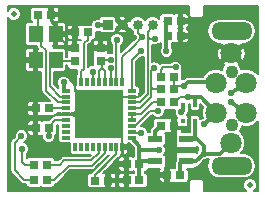
<source format=gtl>
G04 #@! TF.GenerationSoftware,KiCad,Pcbnew,(5.0.1)-4*
G04 #@! TF.CreationDate,2018-12-21T18:48:29+01:00*
G04 #@! TF.ProjectId,cryptostick,63727970746F737469636B2E6B696361,R1*
G04 #@! TF.SameCoordinates,PX791ddc0PY5e69114*
G04 #@! TF.FileFunction,Copper,L1,Top,Signal*
G04 #@! TF.FilePolarity,Positive*
%FSLAX46Y46*%
G04 Gerber Fmt 4.6, Leading zero omitted, Abs format (unit mm)*
G04 Created by KiCad (PCBNEW (5.0.1)-4) date 21.12.2018 18:48:29*
%MOMM*%
%LPD*%
G01*
G04 APERTURE LIST*
G04 #@! TA.AperFunction,SMDPad,CuDef*
%ADD10R,0.800100X0.698500*%
G04 #@! TD*
G04 #@! TA.AperFunction,ComponentPad*
%ADD11O,3.500120X1.501140*%
G04 #@! TD*
G04 #@! TA.AperFunction,ComponentPad*
%ADD12C,1.099820*%
G04 #@! TD*
G04 #@! TA.AperFunction,BGAPad,CuDef*
%ADD13C,0.850000*%
G04 #@! TD*
G04 #@! TA.AperFunction,SMDPad,CuDef*
%ADD14R,0.850000X0.850000*%
G04 #@! TD*
G04 #@! TA.AperFunction,SMDPad,CuDef*
%ADD15R,0.749300X0.299720*%
G04 #@! TD*
G04 #@! TA.AperFunction,SMDPad,CuDef*
%ADD16R,0.299720X0.749300*%
G04 #@! TD*
G04 #@! TA.AperFunction,SMDPad,CuDef*
%ADD17R,4.099560X4.099560*%
G04 #@! TD*
G04 #@! TA.AperFunction,ComponentPad*
%ADD18C,0.304800*%
G04 #@! TD*
G04 #@! TA.AperFunction,SMDPad,CuDef*
%ADD19R,1.198880X0.619760*%
G04 #@! TD*
G04 #@! TA.AperFunction,SMDPad,CuDef*
%ADD20R,1.193800X1.397000*%
G04 #@! TD*
G04 #@! TA.AperFunction,SMDPad,CuDef*
%ADD21R,0.698500X0.800100*%
G04 #@! TD*
G04 #@! TA.AperFunction,BGAPad,CuDef*
%ADD22C,1.800000*%
G04 #@! TD*
G04 #@! TA.AperFunction,SMDPad,CuDef*
%ADD23R,0.300000X0.450000*%
G04 #@! TD*
G04 #@! TA.AperFunction,BGAPad,CuDef*
%ADD24C,0.500000*%
G04 #@! TD*
G04 #@! TA.AperFunction,ViaPad*
%ADD25C,0.540000*%
G04 #@! TD*
G04 #@! TA.AperFunction,Conductor*
%ADD26C,0.152400*%
G04 #@! TD*
G04 #@! TA.AperFunction,Conductor*
%ADD27C,0.300000*%
G04 #@! TD*
G04 #@! TA.AperFunction,Conductor*
%ADD28C,0.200000*%
G04 #@! TD*
G04 #@! TA.AperFunction,Conductor*
%ADD29C,0.127000*%
G04 #@! TD*
G04 #@! TA.AperFunction,Conductor*
%ADD30C,0.150000*%
G04 #@! TD*
G04 #@! TA.AperFunction,Conductor*
%ADD31C,0.200660*%
G04 #@! TD*
G04 #@! TA.AperFunction,Conductor*
%ADD32C,0.170000*%
G04 #@! TD*
G04 #@! TA.AperFunction,Conductor*
%ADD33C,0.400000*%
G04 #@! TD*
G04 APERTURE END LIST*
D10*
G04 #@! TO.P,R3,1*
G04 #@! TO.N,GND*
X-3464560Y-6959600D03*
G04 #@! TO.P,R3,2*
G04 #@! TO.N,/BOOT1*
X-4561840Y-6959600D03*
G04 #@! TD*
D11*
G04 #@! TO.P,J2,5*
G04 #@! TO.N,N/C*
X6999600Y5683770D03*
G04 #@! TO.P,J2,6*
X6999600Y-5715750D03*
D12*
G04 #@! TO.P,J2,7*
X6999600Y-2266430D03*
G04 #@! TO.P,J2,8*
X6999600Y2234450D03*
G04 #@! TD*
D10*
G04 #@! TO.P,C11,1*
G04 #@! TO.N,/VBUS*
X2649220Y-6515100D03*
G04 #@! TO.P,C11,2*
G04 #@! TO.N,GND*
X1551940Y-6515100D03*
G04 #@! TD*
G04 #@! TO.P,C7,1*
G04 #@! TO.N,GND*
X-1897380Y-5549900D03*
G04 #@! TO.P,C7,2*
G04 #@! TO.N,+3.3V*
X-800100Y-5549900D03*
G04 #@! TD*
D13*
G04 #@! TO.P,P1,2*
G04 #@! TO.N,GND*
X-2235000Y6246500D03*
G04 #@! TO.P,P1,3*
G04 #@! TO.N,/SWCLK*
X-965000Y6246500D03*
D14*
G04 #@! TO.P,P1,1*
G04 #@! TO.N,+3.3V*
X-3505000Y6246500D03*
D13*
G04 #@! TO.P,P1,4*
G04 #@! TO.N,/SWDIO*
X305000Y6246500D03*
G04 #@! TD*
D15*
G04 #@! TO.P,U1,1*
G04 #@! TO.N,+3.3V*
X-7025640Y652780D03*
G04 #@! TO.P,U1,2*
G04 #@! TO.N,/OSC_IN*
X-7025640Y152400D03*
G04 #@! TO.P,U1,3*
G04 #@! TO.N,/OSC_OUT*
X-7025640Y-347980D03*
G04 #@! TO.P,U1,4*
G04 #@! TO.N,/NRST*
X-7025640Y-848360D03*
G04 #@! TO.P,U1,5*
G04 #@! TO.N,GND*
X-7025640Y-1348740D03*
G04 #@! TO.P,U1,6*
G04 #@! TO.N,+3.3V*
X-7025640Y-1849120D03*
G04 #@! TO.P,U1,7*
G04 #@! TO.N,N/C*
X-7025640Y-2349500D03*
G04 #@! TO.P,U1,8*
X-7025640Y-2849880D03*
G04 #@! TO.P,U1,9*
X-7025640Y-3350260D03*
D16*
G04 #@! TO.P,U1,10*
X-6250940Y-4124960D03*
G04 #@! TO.P,U1,11*
X-5750560Y-4124960D03*
G04 #@! TO.P,U1,12*
X-5250180Y-4124960D03*
G04 #@! TO.P,U1,13*
X-4749800Y-4124960D03*
G04 #@! TO.P,U1,14*
G04 #@! TO.N,N-000008*
X-4249420Y-4124960D03*
G04 #@! TO.P,U1,15*
G04 #@! TO.N,N-0000020*
X-3749040Y-4124960D03*
G04 #@! TO.P,U1,16*
G04 #@! TO.N,N/C*
X-3248660Y-4124960D03*
G04 #@! TO.P,U1,17*
G04 #@! TO.N,/BOOT1*
X-2748280Y-4124960D03*
G04 #@! TO.P,U1,18*
G04 #@! TO.N,GND*
X-2247900Y-4124960D03*
D15*
G04 #@! TO.P,U1,19*
G04 #@! TO.N,+3.3V*
X-1473200Y-3350260D03*
G04 #@! TO.P,U1,20*
G04 #@! TO.N,/SCCLK*
X-1473200Y-2849880D03*
G04 #@! TO.P,U1,21*
G04 #@! TO.N,/D+*
X-1473200Y-2349500D03*
G04 #@! TO.P,U1,22*
G04 #@! TO.N,/D-*
X-1473200Y-1849120D03*
G04 #@! TO.P,U1,23*
X-1473200Y-1348740D03*
G04 #@! TO.P,U1,24*
G04 #@! TO.N,/D+*
X-1473200Y-848360D03*
G04 #@! TO.P,U1,25*
G04 #@! TO.N,/SWDIO*
X-1473200Y-347980D03*
G04 #@! TO.P,U1,26*
G04 #@! TO.N,GND*
X-1473200Y152400D03*
G04 #@! TO.P,U1,27*
G04 #@! TO.N,+3.3V*
X-1473200Y652780D03*
D16*
G04 #@! TO.P,U1,28*
G04 #@! TO.N,/SWCLK*
X-2247900Y1427480D03*
G04 #@! TO.P,U1,29*
G04 #@! TO.N,/USB_EN*
X-2748280Y1427480D03*
G04 #@! TO.P,U1,30*
G04 #@! TO.N,/SCRST*
X-3248660Y1427480D03*
G04 #@! TO.P,U1,31*
G04 #@! TO.N,/SCVCC*
X-3749040Y1427480D03*
G04 #@! TO.P,U1,32*
X-4249420Y1427480D03*
G04 #@! TO.P,U1,33*
G04 #@! TO.N,/SCSDA*
X-4749800Y1427480D03*
G04 #@! TO.P,U1,34*
G04 #@! TO.N,N/C*
X-5250180Y1427480D03*
G04 #@! TO.P,U1,35*
G04 #@! TO.N,/BOOT0*
X-5750560Y1427480D03*
G04 #@! TO.P,U1,36*
G04 #@! TO.N,GND*
X-6250940Y1427480D03*
D17*
G04 #@! TO.P,U1,37*
X-4249420Y-1348740D03*
D18*
X-4249420Y-1348740D03*
X-3248660Y-1348740D03*
X-5250180Y-1348740D03*
X-5250180Y-347980D03*
X-4249420Y-347980D03*
X-3248660Y-347980D03*
X-3248660Y-2349500D03*
X-4249420Y-2349500D03*
X-5250180Y-2349500D03*
G04 #@! TD*
D19*
G04 #@! TO.P,U2,1*
G04 #@! TO.N,/VBUS*
X3159760Y-5331460D03*
G04 #@! TO.P,U2,2*
G04 #@! TO.N,GND*
X3159760Y-4381500D03*
G04 #@! TO.P,U2,3*
G04 #@! TO.N,/VBUS*
X3159760Y-3431540D03*
G04 #@! TO.P,U2,4*
G04 #@! TO.N,Net-(C10-Pad1)*
X523240Y-3431540D03*
G04 #@! TO.P,U2,5*
G04 #@! TO.N,+3.3V*
X523240Y-5331460D03*
G04 #@! TD*
D20*
G04 #@! TO.P,X1,2*
G04 #@! TO.N,/OSC_OUT*
X-9601200Y5450840D03*
G04 #@! TO.P,X1,3*
G04 #@! TO.N,GND*
X-7899400Y5450840D03*
G04 #@! TO.P,X1,1*
G04 #@! TO.N,/OSC_IN*
X-7899400Y3251200D03*
G04 #@! TO.P,X1,3*
G04 #@! TO.N,GND*
X-9601200Y3251200D03*
G04 #@! TD*
D10*
G04 #@! TO.P,C3,1*
G04 #@! TO.N,/NRST*
X-8501380Y-850900D03*
G04 #@! TO.P,C3,2*
G04 #@! TO.N,GND*
X-9598660Y-850900D03*
G04 #@! TD*
G04 #@! TO.P,R1,1*
G04 #@! TO.N,N-000006*
X-9748640Y-5603500D03*
G04 #@! TO.P,R1,2*
G04 #@! TO.N,N-000008*
X-8651360Y-5603500D03*
G04 #@! TD*
D21*
G04 #@! TO.P,C1,1*
G04 #@! TO.N,/OSC_IN*
X-6300000Y3147860D03*
G04 #@! TO.P,C1,2*
G04 #@! TO.N,GND*
X-6300000Y4245140D03*
G04 #@! TD*
D10*
G04 #@! TO.P,C7,1*
G04 #@! TO.N,GND*
X-1897380Y-5549900D03*
G04 #@! TO.P,C7,2*
G04 #@! TO.N,+3.3V*
X-800100Y-5549900D03*
G04 #@! TD*
G04 #@! TO.P,C6,1*
G04 #@! TO.N,GND*
X2674620Y6550660D03*
G04 #@! TO.P,C6,2*
G04 #@! TO.N,+3.3V*
X1577340Y6550660D03*
G04 #@! TD*
D21*
G04 #@! TO.P,C5,1*
G04 #@! TO.N,/SCVCC*
X-4100000Y3147860D03*
G04 #@! TO.P,C5,2*
G04 #@! TO.N,GND*
X-4100000Y4245140D03*
G04 #@! TD*
D10*
G04 #@! TO.P,C4,1*
G04 #@! TO.N,GND*
X-9598660Y-2499360D03*
G04 #@! TO.P,C4,2*
G04 #@! TO.N,+3.3V*
X-8501380Y-2499360D03*
G04 #@! TD*
G04 #@! TO.P,C2,1*
G04 #@! TO.N,/OSC_OUT*
X-9398000Y7099300D03*
G04 #@! TO.P,C2,2*
G04 #@! TO.N,GND*
X-8300720Y7099300D03*
G04 #@! TD*
G04 #@! TO.P,C9,1*
G04 #@! TO.N,+3.3V*
X-800100Y-6949440D03*
G04 #@! TO.P,C9,2*
G04 #@! TO.N,GND*
X-1897380Y-6949440D03*
G04 #@! TD*
G04 #@! TO.P,C8,1*
G04 #@! TO.N,GND*
X2674620Y5300980D03*
G04 #@! TO.P,C8,2*
G04 #@! TO.N,+3.3V*
X1577340Y5300980D03*
G04 #@! TD*
G04 #@! TO.P,C10,1*
G04 #@! TO.N,Net-(C10-Pad1)*
X1026160Y-2298700D03*
G04 #@! TO.P,C10,2*
G04 #@! TO.N,GND*
X2123440Y-2298700D03*
G04 #@! TD*
G04 #@! TO.P,R2,1*
G04 #@! TO.N,N-0000034*
X-9748640Y-6903500D03*
G04 #@! TO.P,R2,2*
G04 #@! TO.N,N-0000020*
X-8651360Y-6903500D03*
G04 #@! TD*
G04 #@! TO.P,R4,1*
G04 #@! TO.N,/BOOT0*
X-5151360Y5596500D03*
G04 #@! TO.P,R4,2*
G04 #@! TO.N,GND*
X-6248640Y5596500D03*
G04 #@! TD*
D22*
G04 #@! TO.P,p1,1*
G04 #@! TO.N,GND*
X6970000Y3866500D03*
G04 #@! TD*
G04 #@! TO.P,p2,1*
G04 #@! TO.N,/D+_PLUG*
X5700000Y1326500D03*
G04 #@! TD*
G04 #@! TO.P,p3,1*
G04 #@! TO.N,/D-_PLUG*
X5700000Y-1213500D03*
G04 #@! TD*
G04 #@! TO.P,p4,1*
G04 #@! TO.N,/VBUS*
X6970000Y-3753500D03*
G04 #@! TD*
G04 #@! TO.P,p5,1*
G04 #@! TO.N,/SWCLK*
X8240000Y1326500D03*
G04 #@! TD*
G04 #@! TO.P,p6,1*
G04 #@! TO.N,/SWDIO*
X8240000Y-1213500D03*
G04 #@! TD*
D10*
G04 #@! TO.P,R6,1*
G04 #@! TO.N,/D+*
X1026160Y800100D03*
G04 #@! TO.P,R6,2*
G04 #@! TO.N,/D+_PLUG*
X2123440Y800100D03*
G04 #@! TD*
G04 #@! TO.P,R7,1*
G04 #@! TO.N,/USB_EN*
X1026160Y1816100D03*
G04 #@! TO.P,R7,2*
G04 #@! TO.N,/D+_PLUG*
X2123440Y1816100D03*
G04 #@! TD*
G04 #@! TO.P,R5,1*
G04 #@! TO.N,/D-*
X1026160Y-317500D03*
G04 #@! TO.P,R5,2*
G04 #@! TO.N,/D-_PLUG*
X2123440Y-317500D03*
G04 #@! TD*
D23*
G04 #@! TO.P,U3,1*
G04 #@! TO.N,N/C*
X2903600Y-1931900D03*
G04 #@! TO.P,U3,3*
G04 #@! TO.N,/VBUS*
X3903600Y-1931900D03*
G04 #@! TO.P,U3,5*
G04 #@! TO.N,/D+_PLUG*
X2903600Y-531900D03*
G04 #@! TO.P,U3,2*
G04 #@! TO.N,GND*
X3403600Y-1931900D03*
G04 #@! TO.P,U3,4*
G04 #@! TO.N,/D-_PLUG*
X3903600Y-531900D03*
G04 #@! TD*
D24*
G04 #@! TO.P,REF\002A\002A,~*
G04 #@! TO.N,N/C*
X-11440000Y7146500D03*
G04 #@! TD*
G04 #@! TO.P,REF\002A\002A,~*
G04 #@! TO.N,N/C*
X8560000Y-7353500D03*
G04 #@! TD*
D25*
G04 #@! TO.N,+3.3V*
X-4318000Y6184900D03*
X-8483600Y-3213096D03*
X1474919Y4002223D03*
X863600Y-4381500D03*
X-7213600Y1358900D03*
X-660400Y4051300D03*
X-660400Y4051300D03*
X-7213600Y1358900D03*
G04 #@! TO.N,/D+*
X768382Y-1066812D03*
X469898Y2552700D03*
G04 #@! TO.N,/D+_PLUG*
X2743200Y-1181100D03*
X2997200Y1054100D03*
G04 #@! TO.N,/D-_PLUG*
X4673600Y-2197100D03*
X3274211Y88900D03*
G04 #@! TO.N,/SCCLK*
X-666760Y-2921000D03*
G04 #@! TO.N,/SCRST*
X-3251200Y2600937D03*
X-3251200Y2600935D03*
G04 #@! TO.N,/SCSDA*
X-4775200Y2222500D03*
X-4775200Y2222500D03*
G04 #@! TO.N,/SCVCC*
X-3251200Y3274050D03*
X-3251200Y3274048D03*
G04 #@! TO.N,/SWCLK*
X6959600Y444500D03*
X-561954Y5166970D03*
G04 #@! TO.N,/SWDIO*
X6959600Y-317500D03*
X508000Y5067300D03*
G04 #@! TO.N,/USB_EN*
X-2692400Y4965700D03*
X2249092Y2623730D03*
G04 #@! TO.N,/VBUS*
X4622800Y-4686300D03*
G04 #@! TO.N,GND*
X-7830000Y-4453500D03*
X7213600Y-7429500D03*
X304798Y-6362700D03*
X660400Y3289300D03*
X-4927600Y4254500D03*
X-7823222Y2070100D03*
X-7823209Y2067439D03*
X2783920Y3517899D03*
X-600720Y3136900D03*
X-9652000Y2019300D03*
X-1200000Y7346500D03*
X-1200000Y7346500D03*
X-9652000Y2019300D03*
G04 #@! TO.N,N-0000034*
X-10800000Y-3178500D03*
X-10800000Y-3178500D03*
G04 #@! TO.N,N-000006*
X-10718800Y-4279900D03*
G04 #@! TD*
D26*
G04 #@! TO.N,+3.3V*
X-4256400Y6246500D02*
X-4318000Y6184900D01*
D27*
X-3558600Y6186500D02*
X-4310000Y6186500D01*
D28*
X-1473200Y652780D02*
X-1473200Y3238500D01*
X-1473200Y3238500D02*
X-660400Y4051300D01*
D27*
X-8501380Y-2499360D02*
X-8501380Y-3195316D01*
D26*
X-8501380Y-3195316D02*
X-8483600Y-3213096D01*
X1577340Y4104644D02*
X1474919Y4002223D01*
D27*
X1477340Y5200980D02*
X1477340Y4004644D01*
X523240Y-5331460D02*
X-581660Y-5331460D01*
X-581660Y-5331460D02*
X-800100Y-5549900D01*
X-800100Y-4023360D02*
X-800100Y-4381500D01*
X-800100Y-4381500D02*
X-800100Y-5549900D01*
X863600Y-4381500D02*
X-800100Y-4381500D01*
X-1473200Y-3350260D02*
X-800100Y-4023360D01*
D26*
X-7213600Y1358900D02*
X-7213600Y1219200D01*
X-7188200Y815340D02*
X-7025640Y652780D01*
X-7213600Y1219200D02*
X-7188200Y1193800D01*
D27*
X-7210000Y1166500D02*
X-7210000Y788040D01*
D26*
X-800100Y-5549900D02*
X-660400Y-5410200D01*
D27*
X1477340Y5200980D02*
X1477340Y6450660D01*
X-800100Y-6949440D02*
X-800100Y-5549900D01*
D26*
X-8501380Y-2418080D02*
X-8501380Y-2499360D01*
D28*
X-7932420Y-1849120D02*
X-8501380Y-2418080D01*
D26*
X-7025640Y-1849120D02*
X-7932420Y-1849120D01*
X1577340Y6550660D02*
X1280160Y6550660D01*
X1577340Y6550660D02*
X1280160Y6550660D01*
D28*
X-7025640Y-1849120D02*
X-7932420Y-1849120D01*
D26*
X-7932420Y-1849120D02*
X-8501380Y-2418080D01*
X-8501380Y-2418080D02*
X-8501380Y-2499360D01*
X-800100Y-6949440D02*
X-800100Y-5549900D01*
X1460000Y5300980D02*
X1460000Y6550660D01*
D29*
G04 #@! TO.N,/BOOT0*
X-5195000Y5552860D02*
X-5151360Y5596500D01*
D30*
X-5195000Y5091500D02*
X-5195000Y5552860D01*
D29*
X-5195000Y5091500D02*
X-5195000Y5552860D01*
X-5195000Y5552860D02*
X-5151360Y5596500D01*
D30*
X-5750560Y1427480D02*
X-5750560Y2275940D01*
X-5750560Y2275940D02*
X-5500000Y2526500D01*
X-5195000Y4971500D02*
X-5195000Y5091500D01*
X-5500000Y4666500D02*
X-5195000Y4971500D01*
X-5500000Y2526500D02*
X-5500000Y4666500D01*
D29*
X-5750560Y1427480D02*
X-5750560Y2275940D01*
X-5750560Y2275940D02*
X-5500000Y2526500D01*
G04 #@! TO.N,/BOOT1*
X-4561840Y-6504940D02*
X-4561840Y-6959600D01*
X-4561840Y-6504940D02*
X-4561840Y-6959600D01*
X-2748280Y-4124960D02*
X-2748280Y-4691380D01*
X-2748280Y-4691380D02*
X-4561840Y-6504940D01*
X-4165600Y-6108700D02*
X-4561840Y-6504940D01*
X-2748280Y-4691380D02*
X-4165600Y-6108700D01*
G04 #@! TO.N,/D+*
X336449Y806100D02*
X196849Y945700D01*
X-1473200Y-2349500D02*
X-1168400Y-2349500D01*
X-1168400Y-2349500D02*
X101600Y-1079500D01*
X101600Y-1079500D02*
X755694Y-1079500D01*
X755694Y-1079500D02*
X768382Y-1066812D01*
X1026160Y800100D02*
X772160Y546100D01*
X196849Y546100D02*
X196849Y241300D01*
X196849Y2279651D02*
X469898Y2552700D01*
X336449Y806100D02*
X196849Y666500D01*
X338225Y806500D02*
X314674Y806500D01*
X196849Y406500D02*
X196849Y2279651D01*
X196849Y241300D02*
X196849Y406500D01*
X360000Y806100D02*
X196849Y806100D01*
D30*
X726834Y806500D02*
X314674Y806500D01*
D29*
X196849Y103349D02*
X196849Y241300D01*
X-1473200Y-848360D02*
X-754860Y-848360D01*
X-754860Y-848360D02*
X196849Y103349D01*
D27*
G04 #@! TO.N,/D+_PLUG*
X2779400Y-1181100D02*
X2743200Y-1181100D01*
X2903600Y-1056900D02*
X2779400Y-1181100D01*
X2903600Y-531900D02*
X2903600Y-1056900D01*
D30*
X2123440Y1816100D02*
X2123440Y800100D01*
D29*
X2123440Y800100D02*
X2326640Y1003300D01*
D28*
X2370240Y1046500D02*
X2990000Y1046500D01*
D29*
X2946400Y1003300D02*
X2997200Y1054100D01*
X5700000Y1326500D02*
X5667600Y1358900D01*
D27*
X5667600Y1358900D02*
X3302000Y1358900D01*
X3302000Y1358900D02*
X2997200Y1054100D01*
D29*
X5700000Y1326500D02*
X5518800Y1326500D01*
G04 #@! TO.N,/D-*
X-1473200Y-1849120D02*
X-1473200Y-1384300D01*
X346000Y-317500D02*
X1026160Y-317500D01*
X-1473200Y-1348740D02*
X-685240Y-1348740D01*
X-685240Y-1348740D02*
X346000Y-317500D01*
G04 #@! TO.N,/D-_PLUG*
X4716400Y-2197100D02*
X4673600Y-2197100D01*
D27*
X5657200Y-1213500D02*
X4673600Y-2197100D01*
D29*
X2123440Y-317500D02*
X2184400Y-317500D01*
D30*
X2184400Y-317500D02*
X2590800Y88900D01*
X2590800Y88900D02*
X3274211Y88900D01*
D27*
X3911600Y88900D02*
X3274211Y88900D01*
X4397600Y88900D02*
X3911600Y88900D01*
X5700000Y-1213500D02*
X4397600Y88900D01*
X3903600Y80900D02*
X3911600Y88900D01*
X3903600Y-531900D02*
X3903600Y80900D01*
D29*
G04 #@! TO.N,/NRST*
X-8498840Y-848360D02*
X-8501380Y-850900D01*
X-7025640Y-848360D02*
X-8498840Y-848360D01*
D28*
X-7025640Y-848360D02*
X-8498840Y-848360D01*
D29*
X-8498840Y-848360D02*
X-8501380Y-850900D01*
G04 #@! TO.N,/OSC_IN*
X-8411211Y2739389D02*
X-7899400Y3251200D01*
X-7025640Y152400D02*
X-7527290Y152400D01*
X-8411211Y1036321D02*
X-8411211Y2739389D01*
X-7527290Y152400D02*
X-8411211Y1036321D01*
X-7796060Y3147860D02*
X-7899400Y3251200D01*
X-6300000Y3147860D02*
X-7796060Y3147860D01*
X-6300000Y3147860D02*
X-7796060Y3147860D01*
X-7796060Y3147860D02*
X-7899400Y3251200D01*
X-8331200Y2819400D02*
X-7899400Y3251200D01*
G04 #@! TO.N,/OSC_OUT*
X-9601200Y6896100D02*
X-9398000Y7099300D01*
D28*
X-9398000Y5654040D02*
X-9398000Y7099300D01*
D29*
X-7741920Y-347980D02*
X-8737600Y647700D01*
X-9601200Y5067300D02*
X-9601200Y5450840D01*
X-7025640Y-347980D02*
X-7741920Y-347980D01*
X-7025640Y-347980D02*
X-7741920Y-347980D01*
X-9601200Y5067300D02*
X-9601200Y5450840D01*
X-7741920Y-347980D02*
X-8737600Y647700D01*
X-9398000Y5654040D02*
X-9398000Y7099300D01*
X-9601200Y6896100D02*
X-9398000Y7099300D01*
X-8737600Y4026500D02*
X-8737600Y4054100D01*
X-8737600Y647700D02*
X-8737600Y4026500D01*
X-8737600Y647700D02*
X-8737600Y4054100D01*
X-9120000Y4969640D02*
X-9601200Y5450840D01*
X-8737600Y4054100D02*
X-9120000Y4436500D01*
X-9120000Y4436500D02*
X-9120000Y4969640D01*
G04 #@! TO.N,/SCCLK*
X-737880Y-2849880D02*
X-666760Y-2921000D01*
D28*
X-1325320Y-2893500D02*
X-590000Y-2893500D01*
D29*
G04 #@! TO.N,/SCRST*
X-3248660Y2598395D02*
X-3251200Y2600935D01*
X-3248660Y1427480D02*
X-3248660Y2598395D01*
X-3248660Y2727960D02*
X-3248660Y1427480D01*
X-3251200Y2730500D02*
X-3248660Y2727960D01*
G04 #@! TO.N,/SCSDA*
X-4775200Y2222500D02*
X-4749800Y2197100D01*
D28*
X-4749800Y2197100D02*
X-4749800Y1427480D01*
D29*
X-4749800Y2197100D02*
X-4749800Y1427480D01*
X-4775200Y2222500D02*
X-4749800Y2197100D01*
G04 #@! TO.N,/SCVCC*
X-4001080Y3399020D02*
X-4001080Y2535420D01*
X-3377390Y3147860D02*
X-3251200Y3274050D01*
X-4249420Y2291080D02*
X-4000500Y2540000D01*
X-4249420Y1427480D02*
X-4249420Y2291080D01*
X-3749040Y2288540D02*
X-4000500Y2540000D01*
X-3749040Y1427480D02*
X-3749040Y2288540D01*
X-4086500Y3134360D02*
X-4100000Y3147860D01*
X-3749040Y1427480D02*
X-3749040Y2288540D01*
X-3749040Y2288540D02*
X-4000500Y2540000D01*
X-4249420Y1427480D02*
X-4249420Y2291080D01*
X-4249420Y2291080D02*
X-4000500Y2540000D01*
X-3973812Y3274048D02*
X-4100000Y3147860D01*
D28*
X-3251200Y3274048D02*
X-3973812Y3274048D01*
D29*
G04 #@! TO.N,/SWCLK*
X8240000Y1326500D02*
X8204670Y1326500D01*
D30*
X-2247900Y1427480D02*
X-2247900Y3481024D01*
X-1342424Y4386500D02*
X-561954Y5166970D01*
X-2247900Y3481024D02*
X-1342424Y4386500D01*
X-965000Y5570016D02*
X-965000Y6246500D01*
X-561954Y5166970D02*
X-965000Y5570016D01*
D27*
X8240000Y1326500D02*
X6959600Y444500D01*
D29*
G04 #@! TO.N,/SWDIO*
X80000Y5076500D02*
X-59600Y5216100D01*
X80000Y5076500D02*
X-59600Y4936900D01*
X121849Y5067300D02*
X508000Y5067300D01*
X-50800Y5067300D02*
X121849Y5067300D01*
X-63500Y5080000D02*
X-50800Y5067300D01*
X-63500Y5219700D02*
X-63500Y5080000D01*
X-63500Y383000D02*
X-63500Y5219700D01*
X-1473200Y-347980D02*
X-794480Y-347980D01*
X-794480Y-347980D02*
X-63500Y383000D01*
D27*
X6959600Y-317500D02*
X8240000Y-1213500D01*
D29*
X305000Y6246500D02*
X304800Y6246300D01*
X-63500Y5219700D02*
X-63500Y5636500D01*
X-63500Y5636500D02*
X305000Y6246500D01*
G04 #@! TO.N,/USB_EN*
X-2748280Y4909820D02*
X-2692400Y4965700D01*
D30*
X-2748280Y1427480D02*
X-2748280Y4909820D01*
X1026160Y1816100D02*
X1026160Y2435860D01*
X1026160Y2435860D02*
X1214030Y2623730D01*
X1214030Y2623730D02*
X2249092Y2623730D01*
D29*
X-2748280Y1427480D02*
X-2748280Y4665980D01*
D27*
G04 #@! TO.N,/VBUS*
X4622800Y-4686300D02*
X3977640Y-5331460D01*
X3977640Y-5331460D02*
X3159760Y-5331460D01*
X2641600Y-6515100D02*
X2794000Y-6515100D01*
X3810000Y-3431540D02*
X4059200Y-3431540D01*
X3159760Y-3431540D02*
X3810000Y-3431540D01*
X4059200Y-3431540D02*
X4622800Y-3995140D01*
X4622800Y-3995140D02*
X4622800Y-4300149D01*
X4622800Y-4300149D02*
X4622800Y-4686300D01*
X5008951Y-4686300D02*
X4622800Y-4686300D01*
X6037200Y-4686300D02*
X5008951Y-4686300D01*
X6970000Y-3753500D02*
X6037200Y-4686300D01*
X2649220Y-6515100D02*
X2649220Y-5491480D01*
D30*
X2809240Y-5331460D02*
X3159760Y-5331460D01*
X2649220Y-5491480D02*
X2809240Y-5331460D01*
D27*
X6970000Y-3753500D02*
X6890400Y-3753500D01*
X3904261Y-1931900D02*
X3904261Y-1932561D01*
X3810000Y-3431540D02*
X3904261Y-3337279D01*
X3904261Y-3337279D02*
X3904261Y-1931900D01*
D31*
G04 #@! TO.N,GND*
X-6260000Y1136500D02*
X-6677830Y1554330D01*
X-6240000Y1176500D02*
X-6657830Y1594330D01*
X-6210000Y1796500D02*
X-6627830Y2214330D01*
X-6330000Y1536500D02*
X-6747830Y1954330D01*
D29*
X-2650000Y-5213500D02*
X-2650000Y-5133500D01*
D28*
X-2567060Y-5030560D02*
X-2470000Y-4933500D01*
X-8180000Y-1523500D02*
X-7800000Y-1423500D01*
D32*
X3360000Y7196500D02*
X3360000Y6836500D01*
D31*
X7213600Y-7429500D02*
X6226716Y-7429500D01*
X6226716Y-7429500D02*
X5515516Y-6718300D01*
X5515516Y-6718300D02*
X3556000Y-6718300D01*
X3556000Y-6718300D02*
X3350261Y-6924039D01*
X3350261Y-6924039D02*
X3350261Y-7105143D01*
X3350261Y-7105143D02*
X2855723Y-7599681D01*
X2855723Y-7599681D02*
X-1797049Y-7599681D01*
X-1897380Y-7499350D02*
X-1897380Y-6949440D01*
X-1797049Y-7599681D02*
X-1897380Y-7499350D01*
X-1200000Y7346500D02*
X-1226000Y7346500D01*
X-1226000Y7346500D02*
X-2235000Y6337500D01*
X-2235000Y6337500D02*
X-2235000Y6246500D01*
X-1200000Y7346500D02*
X-1200000Y7321700D01*
X-1200000Y7321700D02*
X-2235000Y6286700D01*
X-2235000Y6286700D02*
X-2235000Y6246500D01*
X1473200Y-6362700D02*
X690949Y-6362700D01*
X690949Y-6362700D02*
X304798Y-6362700D01*
X304798Y-7135626D02*
X304798Y-6748851D01*
X-1797049Y-7599681D02*
X-159257Y-7599681D01*
X304798Y-6748851D02*
X304798Y-6362700D01*
X-159257Y-7599681D02*
X304798Y-7135626D01*
X-4918240Y4245140D02*
X-4927600Y4254500D01*
X-4100000Y4245140D02*
X-4918240Y4245140D01*
X-6668770Y2070100D02*
X-7437071Y2070100D01*
X-6250940Y1652270D02*
X-6668770Y2070100D01*
X-6250940Y1427480D02*
X-6250940Y1652270D01*
X-7437071Y2070100D02*
X-7823222Y2070100D01*
X-898800Y152400D02*
X-575320Y475880D01*
X-1473200Y152400D02*
X-898800Y152400D01*
X-600720Y2750749D02*
X-600720Y3136900D01*
X-575320Y2725349D02*
X-600720Y2750749D01*
X-575320Y475880D02*
X-575320Y2725349D01*
X3132521Y3866500D02*
X3056969Y3790948D01*
X3056969Y3790948D02*
X2783920Y3517899D01*
X2674620Y5300980D02*
X2674620Y3627199D01*
X2674620Y3627199D02*
X2783920Y3517899D01*
X2674620Y5300980D02*
X2674620Y3525520D01*
X2674620Y3525520D02*
X2346880Y3197780D01*
X933449Y3197780D02*
X660400Y3470829D01*
X2346880Y3197780D02*
X933449Y3197780D01*
D30*
X3403600Y-2197100D02*
X3403600Y-1931900D01*
D27*
X3403600Y-2438090D02*
X3403600Y-2197100D01*
X3334129Y-2507561D02*
X3403600Y-2438090D01*
X2123440Y-2298700D02*
X2332301Y-2507561D01*
X2332301Y-2507561D02*
X3334129Y-2507561D01*
X2197100Y-3733800D02*
X2123440Y-3660140D01*
X2123440Y-3660140D02*
X2123440Y-2298700D01*
D30*
X3159760Y-4381500D02*
X2184400Y-4381500D01*
D31*
X1551940Y-5600700D02*
X1551940Y-6283960D01*
X1551940Y-6283960D02*
X1473200Y-6362700D01*
D30*
X1551940Y-6515100D02*
X1551940Y-5600700D01*
D31*
X2184400Y-4381500D02*
X2184400Y-3721100D01*
X2197100Y-3733800D02*
X2184400Y-3721100D01*
X-2748280Y152400D02*
X-4249420Y-1348740D01*
X-1473200Y152400D02*
X-2748280Y152400D01*
X-2247900Y-3350260D02*
X-4249420Y-1348740D01*
X-2247900Y-4124960D02*
X-2247900Y-3350260D01*
X-7025640Y-1348740D02*
X-4249420Y-1348740D01*
X-8300720Y7576820D02*
X-8300720Y7099300D01*
X-8534400Y7810500D02*
X-8300720Y7576820D01*
X-10160000Y7810500D02*
X-8534400Y7810500D01*
X-10617200Y7353300D02*
X-10160000Y7810500D01*
X-10617200Y3898900D02*
X-10617200Y7353300D01*
X-9601200Y3251200D02*
X-9969500Y3251200D01*
X-9652000Y2019300D02*
X-9601200Y2070100D01*
X-9601200Y2070100D02*
X-9601200Y3251200D01*
X2674620Y5300980D02*
X2674620Y6550660D01*
X-1897380Y-6949440D02*
X-1897380Y-5549900D01*
X-2247900Y-4826000D02*
X-1897380Y-5176520D01*
X-1897380Y-5176520D02*
X-1897380Y-5549900D01*
X-2247900Y-4124960D02*
X-2247900Y-4826000D01*
X-1907540Y-6959600D02*
X-1897380Y-6949440D01*
X-3464560Y-6959600D02*
X-1907540Y-6959600D01*
X-9598660Y-2499360D02*
X-9598660Y-850900D01*
X2184400Y-4381500D02*
X1551940Y-5013960D01*
X2184400Y-4381500D02*
X1551940Y-5013960D01*
X1551940Y-5013960D02*
X1551940Y-5600700D01*
X-9652000Y-797560D02*
X-9598660Y-850900D01*
X-9652000Y2019300D02*
X-9652000Y-797560D01*
X-7553740Y5796500D02*
X-7899400Y5450840D01*
X-6693700Y4245140D02*
X-7899400Y5450840D01*
X-6300000Y4245140D02*
X-6693700Y4245140D01*
X-7753740Y5596500D02*
X-7899400Y5450840D01*
X-6248640Y5596500D02*
X-7753740Y5596500D01*
X2674620Y7071880D02*
X2400000Y7346500D01*
X2400000Y7346500D02*
X-1200000Y7346500D01*
X2674620Y6550660D02*
X2674620Y7071880D01*
X2674620Y6550660D02*
X2674620Y7071880D01*
X2400000Y7346500D02*
X-1200000Y7346500D01*
X2674620Y7071880D02*
X2400000Y7346500D01*
X-6248640Y5596500D02*
X-7753740Y5596500D01*
X-7753740Y5596500D02*
X-7899400Y5450840D01*
X-6300000Y4245140D02*
X-6693700Y4245140D01*
X-6693700Y4245140D02*
X-7899400Y5450840D01*
X-7553740Y5796500D02*
X-7899400Y5450840D01*
X-9652000Y2019300D02*
X-9652000Y-797560D01*
X-9652000Y-797560D02*
X-9598660Y-850900D01*
X1551940Y-5013960D02*
X1551940Y-5600700D01*
X-1897380Y-6949440D02*
X-1897380Y-7310120D01*
X-9598660Y-2499360D02*
X-9598660Y-850900D01*
X-3464560Y-6959600D02*
X-1907540Y-6959600D01*
X-1907540Y-6959600D02*
X-1897380Y-6949440D01*
X-2247900Y-4124960D02*
X-2247900Y-4826000D01*
X-1897380Y-5176520D02*
X-1897380Y-5549900D01*
X-2247900Y-4826000D02*
X-1897380Y-5176520D01*
X-1897380Y-6949440D02*
X-1897380Y-5549900D01*
X2674620Y5300980D02*
X2674620Y6550660D01*
X-9601200Y2070100D02*
X-9601200Y3251200D01*
X-9652000Y2019300D02*
X-9601200Y2070100D01*
X-9601200Y3251200D02*
X-9969500Y3251200D01*
X-10617200Y3898900D02*
X-10617200Y7353300D01*
X-10617200Y7353300D02*
X-10160000Y7810500D01*
X-10160000Y7810500D02*
X-8534400Y7810500D01*
X-8534400Y7810500D02*
X-8300720Y7576820D01*
X-8300720Y7576820D02*
X-8300720Y7099300D01*
X-7025640Y-1348740D02*
X-4249420Y-1348740D01*
X-2247900Y-4124960D02*
X-2247900Y-3350260D01*
X-2247900Y-3350260D02*
X-4249420Y-1348740D01*
X-1473200Y152400D02*
X-2748280Y152400D01*
X-2748280Y152400D02*
X-4249420Y-1348740D01*
X-2659999Y6671499D02*
X-2659999Y6916499D01*
X-2659999Y6671499D02*
X-2235000Y6246500D01*
X-2659999Y5821501D02*
X-2659999Y5696501D01*
X-2235000Y6246500D02*
X-2659999Y5821501D01*
X-8300720Y6727220D02*
X-8300720Y7099300D01*
X-7899400Y5450840D02*
X-7899400Y6325900D01*
X-8300720Y6587220D02*
X-8300720Y7099300D01*
X-7899400Y5450840D02*
X-7899400Y6185900D01*
X-6250940Y652780D02*
X-4249420Y-1348740D01*
X-6250940Y1427480D02*
X-6250940Y652780D01*
X-4249420Y-1245020D02*
X-4249420Y-1348740D01*
X-6250940Y1427480D02*
X-6250940Y756500D01*
X-6250940Y756500D02*
X-4249420Y-1245020D01*
X6970000Y3866500D02*
X6620000Y3866500D01*
X6970000Y3866500D02*
X7340000Y3866500D01*
X-8210000Y6496500D02*
X-8210000Y7229300D01*
X-8089280Y6315780D02*
X-8310000Y6536500D01*
X-7899400Y6185900D02*
X-8080000Y6366500D01*
D33*
X6970000Y3866500D02*
X5960000Y4526500D01*
X6970000Y3866500D02*
X7940000Y4526500D01*
D29*
G04 #@! TO.N,N-0000020*
X-8004200Y-6899300D02*
X-8647160Y-6899300D01*
X-8647160Y-6899300D02*
X-8651360Y-6903500D01*
X-6807200Y-5702300D02*
X-8004200Y-6899300D01*
X-4826000Y-5702300D02*
X-6807200Y-5702300D01*
X-3749040Y-4124960D02*
X-3749040Y-4625340D01*
X-8647160Y-6899300D02*
X-8651360Y-6903500D01*
X-8004200Y-6899300D02*
X-8647160Y-6899300D01*
X-6807200Y-5702300D02*
X-8004200Y-6899300D01*
X-4808800Y-5702300D02*
X-6807200Y-5702300D01*
X-3749040Y-4124960D02*
X-3749040Y-4642540D01*
X-3749040Y-4642540D02*
X-4808800Y-5702300D01*
G04 #@! TO.N,N-0000034*
X-9748640Y-6903500D02*
X-10381200Y-6903500D01*
X-9748640Y-6903500D02*
X-10575000Y-6903500D01*
X-9748640Y-6903500D02*
X-10575000Y-6903500D01*
X-9748640Y-6903500D02*
X-10381200Y-6903500D01*
X-10575000Y-6903500D02*
X-11375000Y-6103500D01*
X-10575000Y-6903500D02*
X-11375000Y-6103500D01*
X-11375000Y-6103500D02*
X-11375000Y-3753500D01*
X-11375000Y-6103500D02*
X-11375000Y-3753500D01*
X-11375000Y-3753500D02*
X-10800000Y-3178500D01*
X-11375000Y-3753500D02*
X-10800000Y-3178500D01*
G04 #@! TO.N,N-000006*
X-10718800Y-5397500D02*
X-10718800Y-4279900D01*
X-10512800Y-5603500D02*
X-10718800Y-5397500D01*
X-10475000Y-5603500D02*
X-10512800Y-5603500D01*
X-10200000Y-5600700D02*
X-10261600Y-5600700D01*
X-9799320Y-5600700D02*
X-10200000Y-5600700D01*
X-9751440Y-5600700D02*
X-9748640Y-5603500D01*
X-10200000Y-5600700D02*
X-9751440Y-5600700D01*
X-10475000Y-5603500D02*
X-9748640Y-5603500D01*
X-10200000Y-5600700D02*
X-9751440Y-5600700D01*
X-9751440Y-5600700D02*
X-9748640Y-5603500D01*
X-9799320Y-5600700D02*
X-10200000Y-5600700D01*
X-10200000Y-5600700D02*
X-10261600Y-5600700D01*
G04 #@! TO.N,N-000008*
X-4249420Y-4626610D02*
X-4249420Y-4124960D01*
X-4867910Y-5245100D02*
X-4249420Y-4626610D01*
X-7181600Y-5245100D02*
X-4867910Y-5245100D01*
X-8651360Y-5603500D02*
X-7540000Y-5603500D01*
X-7540000Y-5603500D02*
X-7181600Y-5245100D01*
D27*
G04 #@! TO.N,Net-(C10-Pad1)*
X523240Y-3431540D02*
X523240Y-2801620D01*
X523240Y-2801620D02*
X1026160Y-2298700D01*
G04 #@! TD*
D28*
G04 #@! TO.N,GND*
G36*
X3350470Y7126001D02*
X3344602Y7096500D01*
X3367849Y6979629D01*
X3428897Y6888264D01*
X3434051Y6880551D01*
X3533129Y6814349D01*
X3650000Y6791102D01*
X3679500Y6796970D01*
X4320500Y6796970D01*
X4350000Y6791102D01*
X4466871Y6814349D01*
X4565949Y6880551D01*
X4632151Y6979629D01*
X4649530Y7066999D01*
X4649530Y7067000D01*
X4655398Y7096500D01*
X4649530Y7126001D01*
X4649530Y7821970D01*
X9200071Y7821970D01*
X9200071Y2064418D01*
X8920119Y2344370D01*
X8478826Y2527160D01*
X8001174Y2527160D01*
X7828613Y2455683D01*
X7720679Y2716259D01*
X7592702Y2844236D01*
X7665890Y2952821D01*
X6970000Y3648711D01*
X6274110Y2952821D01*
X6371133Y2808871D01*
X6278521Y2716259D01*
X6161917Y2434752D01*
X5938826Y2527160D01*
X5461174Y2527160D01*
X5019881Y2344370D01*
X4682130Y2006619D01*
X4600505Y1809560D01*
X3346376Y1809560D01*
X3301999Y1818387D01*
X3257622Y1809560D01*
X3257618Y1809560D01*
X3126162Y1783412D01*
X3126161Y1783411D01*
X3126160Y1783411D01*
X3014717Y1708947D01*
X3014716Y1708946D01*
X2977093Y1683807D01*
X2951953Y1646183D01*
X2930530Y1624760D01*
X2883689Y1624760D01*
X2830040Y1602538D01*
X2830040Y2165350D01*
X2806705Y2282662D01*
X2756573Y2357691D01*
X2819752Y2510219D01*
X2819752Y2737241D01*
X2732874Y2946983D01*
X2572345Y3107512D01*
X2362603Y3194390D01*
X2135581Y3194390D01*
X1925839Y3107512D01*
X1817717Y2999390D01*
X1251020Y2999390D01*
X1214029Y3006748D01*
X1177039Y2999390D01*
X1177034Y2999390D01*
X1067455Y2977593D01*
X943195Y2894565D01*
X939940Y2889693D01*
X793151Y3036482D01*
X583409Y3123360D01*
X356387Y3123360D01*
X300660Y3100277D01*
X300660Y4535505D01*
X394489Y4496640D01*
X621511Y4496640D01*
X831253Y4583518D01*
X973819Y4726084D01*
X1026680Y4690763D01*
X1026681Y4361020D01*
X991137Y4325476D01*
X904259Y4115734D01*
X904259Y3888712D01*
X991137Y3678970D01*
X1151666Y3518441D01*
X1361408Y3431563D01*
X1588430Y3431563D01*
X1798172Y3518441D01*
X1958701Y3678970D01*
X2045579Y3888712D01*
X2045579Y4115734D01*
X1958701Y4325476D01*
X1928000Y4356177D01*
X1928000Y4645180D01*
X1977390Y4645180D01*
X2094702Y4668515D01*
X2125191Y4688887D01*
X2214896Y4651730D01*
X2445620Y4651730D01*
X2520620Y4726730D01*
X2520620Y5146980D01*
X2828620Y5146980D01*
X2828620Y4726730D01*
X2903620Y4651730D01*
X3134344Y4651730D01*
X3244607Y4697402D01*
X3328998Y4781794D01*
X3374670Y4892057D01*
X3374670Y5071980D01*
X3299670Y5146980D01*
X2828620Y5146980D01*
X2520620Y5146980D01*
X2500620Y5146980D01*
X2500620Y5454980D01*
X2520620Y5454980D01*
X2520620Y5875230D01*
X2470030Y5925820D01*
X2520620Y5976410D01*
X2520620Y6396660D01*
X2828620Y6396660D01*
X2828620Y5976410D01*
X2879210Y5925820D01*
X2828620Y5875230D01*
X2828620Y5454980D01*
X3299670Y5454980D01*
X3374670Y5529980D01*
X3374670Y5683770D01*
X4928286Y5683770D01*
X5009874Y5273601D01*
X5242216Y4925876D01*
X5589941Y4693534D01*
X5896577Y4632540D01*
X6008508Y4632540D01*
X5997338Y4621370D01*
X6056319Y4562389D01*
X5897513Y4455352D01*
X5753808Y4000106D01*
X5795257Y3524519D01*
X5897513Y3277648D01*
X6056321Y3170610D01*
X6752211Y3866500D01*
X6738069Y3880642D01*
X6955858Y4098431D01*
X6970000Y4084289D01*
X6984142Y4098431D01*
X7201931Y3880642D01*
X7187789Y3866500D01*
X7883679Y3170610D01*
X8042487Y3277648D01*
X8186192Y3732894D01*
X8144743Y4208481D01*
X8042487Y4455352D01*
X7883681Y4562389D01*
X7942662Y4621370D01*
X7931492Y4632540D01*
X8102623Y4632540D01*
X8409259Y4693534D01*
X8756984Y4925876D01*
X8989326Y5273601D01*
X9070914Y5683770D01*
X8989326Y6093939D01*
X8756984Y6441664D01*
X8409259Y6674006D01*
X8102623Y6735000D01*
X5896577Y6735000D01*
X5589941Y6674006D01*
X5242216Y6441664D01*
X5009874Y6093939D01*
X4928286Y5683770D01*
X3374670Y5683770D01*
X3374670Y5709903D01*
X3328998Y5820166D01*
X3244607Y5904558D01*
X3193276Y5925820D01*
X3244607Y5947082D01*
X3328998Y6031474D01*
X3374670Y6141737D01*
X3374670Y6321660D01*
X3299670Y6396660D01*
X2828620Y6396660D01*
X2520620Y6396660D01*
X2500620Y6396660D01*
X2500620Y6704660D01*
X2520620Y6704660D01*
X2520620Y7124910D01*
X2828620Y7124910D01*
X2828620Y6704660D01*
X3299670Y6704660D01*
X3374670Y6779660D01*
X3374670Y6959583D01*
X3328998Y7069846D01*
X3244607Y7154238D01*
X3134344Y7199910D01*
X2903620Y7199910D01*
X2828620Y7124910D01*
X2520620Y7124910D01*
X2445620Y7199910D01*
X2214896Y7199910D01*
X2125191Y7162753D01*
X2094702Y7183125D01*
X1977390Y7206460D01*
X1177290Y7206460D01*
X1059978Y7183125D01*
X960526Y7116674D01*
X894075Y7017222D01*
X870740Y6899910D01*
X870740Y6706999D01*
X716054Y6861685D01*
X449343Y6972160D01*
X160657Y6972160D01*
X-106054Y6861685D01*
X-310185Y6657554D01*
X-330000Y6609716D01*
X-349815Y6657554D01*
X-553946Y6861685D01*
X-820657Y6972160D01*
X-1109343Y6972160D01*
X-1376054Y6861685D01*
X-1580185Y6657554D01*
X-1615904Y6571320D01*
X-1669241Y6594470D01*
X-2017211Y6246500D01*
X-1669241Y5898530D01*
X-1615904Y5921680D01*
X-1580185Y5835446D01*
X-1376054Y5631315D01*
X-1340660Y5616654D01*
X-1340660Y5607008D01*
X-1348018Y5570016D01*
X-1340660Y5533024D01*
X-1340660Y5533021D01*
X-1318863Y5423442D01*
X-1235835Y5299181D01*
X-1204469Y5278223D01*
X-1132614Y5206368D01*
X-1132614Y5127573D01*
X-1581893Y4678293D01*
X-1581896Y4678291D01*
X-2372620Y3887566D01*
X-2372620Y4480479D01*
X-2369147Y4481918D01*
X-2208618Y4642447D01*
X-2121740Y4852189D01*
X-2121740Y5079211D01*
X-2208618Y5288953D01*
X-2369147Y5449482D01*
X-2578889Y5536360D01*
X-2805911Y5536360D01*
X-3015653Y5449482D01*
X-3176182Y5288953D01*
X-3263060Y5079211D01*
X-3263060Y4852189D01*
X-3176182Y4642447D01*
X-3123939Y4590204D01*
X-3123939Y3839015D01*
X-3137689Y3844710D01*
X-3364711Y3844710D01*
X-3450750Y3809071D01*
X-3450750Y4016140D01*
X-3525750Y4091140D01*
X-3946000Y4091140D01*
X-3946000Y4071140D01*
X-4254000Y4071140D01*
X-4254000Y4091140D01*
X-4674250Y4091140D01*
X-4749250Y4016140D01*
X-4749250Y3785416D01*
X-4712093Y3695711D01*
X-4732465Y3665222D01*
X-4755800Y3547910D01*
X-4755800Y2793160D01*
X-4888711Y2793160D01*
X-5098453Y2706282D01*
X-5124340Y2680395D01*
X-5124340Y4510898D01*
X-4955528Y4679709D01*
X-4924165Y4700665D01*
X-4921360Y4704864D01*
X-4749250Y4704864D01*
X-4749250Y4474140D01*
X-4674250Y4399140D01*
X-4254000Y4399140D01*
X-4254000Y4870190D01*
X-3946000Y4870190D01*
X-3946000Y4399140D01*
X-3525750Y4399140D01*
X-3450750Y4474140D01*
X-3450750Y4704864D01*
X-3496422Y4815127D01*
X-3580814Y4899518D01*
X-3691077Y4945190D01*
X-3871000Y4945190D01*
X-3946000Y4870190D01*
X-4254000Y4870190D01*
X-4329000Y4945190D01*
X-4508923Y4945190D01*
X-4619186Y4899518D01*
X-4703578Y4815127D01*
X-4749250Y4704864D01*
X-4921360Y4704864D01*
X-4841137Y4824925D01*
X-4819340Y4934504D01*
X-4819340Y4934507D01*
X-4818108Y4940700D01*
X-4751310Y4940700D01*
X-4633998Y4964035D01*
X-4534546Y5030486D01*
X-4468095Y5129938D01*
X-4444760Y5247250D01*
X-4444760Y5619728D01*
X-4431511Y5614240D01*
X-4204489Y5614240D01*
X-4164251Y5630907D01*
X-4146764Y5604736D01*
X-4047312Y5538285D01*
X-3930000Y5514950D01*
X-3080000Y5514950D01*
X-2962688Y5538285D01*
X-2863236Y5604736D01*
X-2812452Y5680741D01*
X-2582970Y5680741D01*
X-2535370Y5571074D01*
X-2254032Y5507542D01*
X-1969796Y5556509D01*
X-1934630Y5571074D01*
X-1887030Y5680741D01*
X-2235000Y6028711D01*
X-2582970Y5680741D01*
X-2812452Y5680741D01*
X-2796785Y5704188D01*
X-2773450Y5821500D01*
X-2773450Y5925839D01*
X-2452789Y6246500D01*
X-2773450Y6567161D01*
X-2773450Y6671500D01*
X-2796785Y6788812D01*
X-2812451Y6812259D01*
X-2582970Y6812259D01*
X-2235000Y6464289D01*
X-1887030Y6812259D01*
X-1934630Y6921926D01*
X-2215968Y6985458D01*
X-2500204Y6936491D01*
X-2535370Y6921926D01*
X-2582970Y6812259D01*
X-2812451Y6812259D01*
X-2863236Y6888264D01*
X-2962688Y6954715D01*
X-3080000Y6978050D01*
X-3930000Y6978050D01*
X-4047312Y6954715D01*
X-4146764Y6888264D01*
X-4213215Y6788812D01*
X-4219829Y6755560D01*
X-4431511Y6755560D01*
X-4641253Y6668682D01*
X-4801782Y6508153D01*
X-4888660Y6298411D01*
X-4888660Y6252300D01*
X-5551410Y6252300D01*
X-5668722Y6228965D01*
X-5699211Y6208593D01*
X-5788916Y6245750D01*
X-6019640Y6245750D01*
X-6094640Y6170750D01*
X-6094640Y5750500D01*
X-6074640Y5750500D01*
X-6074640Y5442500D01*
X-6094640Y5442500D01*
X-6094640Y5022250D01*
X-6019640Y4947250D01*
X-5788916Y4947250D01*
X-5723357Y4974405D01*
X-5739471Y4958291D01*
X-5770834Y4937335D01*
X-5791790Y4905972D01*
X-5791791Y4905971D01*
X-5792789Y4904478D01*
X-5891077Y4945190D01*
X-6071000Y4945190D01*
X-6146000Y4870190D01*
X-6146000Y4399140D01*
X-6126000Y4399140D01*
X-6126000Y4091140D01*
X-6146000Y4091140D01*
X-6146000Y4071140D01*
X-6454000Y4071140D01*
X-6454000Y4091140D01*
X-6874250Y4091140D01*
X-6949250Y4016140D01*
X-6949250Y3785416D01*
X-6912093Y3695711D01*
X-6932465Y3665222D01*
X-6955800Y3547910D01*
X-6955800Y3512020D01*
X-6995950Y3512020D01*
X-6995950Y3949700D01*
X-7019285Y4067012D01*
X-7085736Y4166464D01*
X-7185188Y4232915D01*
X-7302500Y4256250D01*
X-8057864Y4256250D01*
X-8091799Y4488941D01*
X-8053400Y4527340D01*
X-8053400Y5296840D01*
X-7745400Y5296840D01*
X-7745400Y4527340D01*
X-7670400Y4452340D01*
X-7242827Y4452340D01*
X-7132564Y4498012D01*
X-7048172Y4582403D01*
X-7002500Y4692666D01*
X-7002500Y4704864D01*
X-6949250Y4704864D01*
X-6949250Y4474140D01*
X-6874250Y4399140D01*
X-6454000Y4399140D01*
X-6454000Y4870190D01*
X-6529000Y4945190D01*
X-6708923Y4945190D01*
X-6819186Y4899518D01*
X-6903578Y4815127D01*
X-6949250Y4704864D01*
X-7002500Y4704864D01*
X-7002500Y5221840D01*
X-7077500Y5296840D01*
X-7745400Y5296840D01*
X-8053400Y5296840D01*
X-8073400Y5296840D01*
X-8073400Y5367500D01*
X-6948690Y5367500D01*
X-6948690Y5187577D01*
X-6903018Y5077314D01*
X-6818627Y4992922D01*
X-6708364Y4947250D01*
X-6477640Y4947250D01*
X-6402640Y5022250D01*
X-6402640Y5442500D01*
X-6873690Y5442500D01*
X-6948690Y5367500D01*
X-8073400Y5367500D01*
X-8073400Y5604840D01*
X-8053400Y5604840D01*
X-8053400Y6374340D01*
X-7745400Y6374340D01*
X-7745400Y5604840D01*
X-7077500Y5604840D01*
X-7002500Y5679840D01*
X-7002500Y6005423D01*
X-6948690Y6005423D01*
X-6948690Y5825500D01*
X-6873690Y5750500D01*
X-6402640Y5750500D01*
X-6402640Y6170750D01*
X-6477640Y6245750D01*
X-6708364Y6245750D01*
X-6818627Y6200078D01*
X-6903018Y6115686D01*
X-6948690Y6005423D01*
X-7002500Y6005423D01*
X-7002500Y6209014D01*
X-7048172Y6319277D01*
X-7132564Y6403668D01*
X-7242827Y6449340D01*
X-7670400Y6449340D01*
X-7745400Y6374340D01*
X-8053400Y6374340D01*
X-8128400Y6449340D01*
X-8222073Y6449340D01*
X-8223493Y6450050D01*
X-8146718Y6450050D01*
X-8146718Y6525048D01*
X-8071720Y6450050D01*
X-7840996Y6450050D01*
X-7730733Y6495722D01*
X-7646342Y6580114D01*
X-7600670Y6690377D01*
X-7600670Y6870300D01*
X-7675670Y6945300D01*
X-8146720Y6945300D01*
X-8146720Y6925300D01*
X-8454720Y6925300D01*
X-8454720Y6945300D01*
X-8474720Y6945300D01*
X-8474720Y7253300D01*
X-8454720Y7253300D01*
X-8454720Y7673550D01*
X-8146720Y7673550D01*
X-8146720Y7253300D01*
X-7675670Y7253300D01*
X-7600670Y7328300D01*
X-7600670Y7508223D01*
X-7646342Y7618486D01*
X-7730733Y7702878D01*
X-7840996Y7748550D01*
X-8071720Y7748550D01*
X-8146720Y7673550D01*
X-8454720Y7673550D01*
X-8529720Y7748550D01*
X-8760444Y7748550D01*
X-8850149Y7711393D01*
X-8880638Y7731765D01*
X-8997950Y7755100D01*
X-9798050Y7755100D01*
X-9915362Y7731765D01*
X-10014814Y7665314D01*
X-10081265Y7565862D01*
X-10104600Y7448550D01*
X-10104600Y6750050D01*
X-10081265Y6632738D01*
X-10014814Y6533286D01*
X-9915362Y6466835D01*
X-9860338Y6455890D01*
X-10198100Y6455890D01*
X-10315412Y6432555D01*
X-10414864Y6366104D01*
X-10481315Y6266652D01*
X-10504650Y6149340D01*
X-10504650Y4752340D01*
X-10481315Y4635028D01*
X-10414864Y4535576D01*
X-10315412Y4469125D01*
X-10198100Y4445790D01*
X-9489446Y4445790D01*
X-9491294Y4436500D01*
X-9484160Y4400636D01*
X-9463031Y4294413D01*
X-9408740Y4213160D01*
X-9447200Y4174700D01*
X-9447200Y3405200D01*
X-9427200Y3405200D01*
X-9427200Y3097200D01*
X-9447200Y3097200D01*
X-9447200Y2327700D01*
X-9372200Y2252700D01*
X-9101760Y2252700D01*
X-9101760Y683564D01*
X-9108894Y647700D01*
X-9101760Y611836D01*
X-9080631Y505613D01*
X-9000145Y385155D01*
X-8969735Y364836D01*
X-8409800Y-195100D01*
X-8901430Y-195100D01*
X-9018742Y-218435D01*
X-9049231Y-238807D01*
X-9138936Y-201650D01*
X-9369660Y-201650D01*
X-9444660Y-276650D01*
X-9444660Y-696900D01*
X-9424660Y-696900D01*
X-9424660Y-1004900D01*
X-9444660Y-1004900D01*
X-9444660Y-1425150D01*
X-9369660Y-1500150D01*
X-9138936Y-1500150D01*
X-9049231Y-1462993D01*
X-9018742Y-1483365D01*
X-8901430Y-1506700D01*
X-8141120Y-1506700D01*
X-8221279Y-1560261D01*
X-8243632Y-1593714D01*
X-8493478Y-1843560D01*
X-8901430Y-1843560D01*
X-9018742Y-1866895D01*
X-9049231Y-1887267D01*
X-9138936Y-1850110D01*
X-9369660Y-1850110D01*
X-9444660Y-1925110D01*
X-9444660Y-2345360D01*
X-9424660Y-2345360D01*
X-9424660Y-2653360D01*
X-9444660Y-2653360D01*
X-9444660Y-3073610D01*
X-9369660Y-3148610D01*
X-9138936Y-3148610D01*
X-9054260Y-3113536D01*
X-9054260Y-3326607D01*
X-8967382Y-3536349D01*
X-8806853Y-3696878D01*
X-8597111Y-3783756D01*
X-8370089Y-3783756D01*
X-8160347Y-3696878D01*
X-7999818Y-3536349D01*
X-7912940Y-3326607D01*
X-7912940Y-3099585D01*
X-7917888Y-3087639D01*
X-7884566Y-3065374D01*
X-7818115Y-2965922D01*
X-7794780Y-2848610D01*
X-7794780Y-2278098D01*
X-7766462Y-2249780D01*
X-7706840Y-2249780D01*
X-7706840Y-2499360D01*
X-7686883Y-2599690D01*
X-7706840Y-2700020D01*
X-7706840Y-2999740D01*
X-7686883Y-3100070D01*
X-7706840Y-3200400D01*
X-7706840Y-3500120D01*
X-7683505Y-3617432D01*
X-7617054Y-3716884D01*
X-7517602Y-3783335D01*
X-7400290Y-3806670D01*
X-6707350Y-3806670D01*
X-6707350Y-4499610D01*
X-6684015Y-4616922D01*
X-6617564Y-4716374D01*
X-6518112Y-4782825D01*
X-6400800Y-4806160D01*
X-6101080Y-4806160D01*
X-6000750Y-4786203D01*
X-5900420Y-4806160D01*
X-5600700Y-4806160D01*
X-5500370Y-4786203D01*
X-5400040Y-4806160D01*
X-5100320Y-4806160D01*
X-4999990Y-4786203D01*
X-4936618Y-4798809D01*
X-5018749Y-4880940D01*
X-7145737Y-4880940D01*
X-7181601Y-4873806D01*
X-7217465Y-4880940D01*
X-7323688Y-4902069D01*
X-7444145Y-4982555D01*
X-7464461Y-5012961D01*
X-7690839Y-5239340D01*
X-7947726Y-5239340D01*
X-7968095Y-5136938D01*
X-8034546Y-5037486D01*
X-8133998Y-4971035D01*
X-8251310Y-4947700D01*
X-9051410Y-4947700D01*
X-9168722Y-4971035D01*
X-9200000Y-4991934D01*
X-9231278Y-4971035D01*
X-9348590Y-4947700D01*
X-10148690Y-4947700D01*
X-10266002Y-4971035D01*
X-10354640Y-5030260D01*
X-10354640Y-4722775D01*
X-10235018Y-4603153D01*
X-10148140Y-4393411D01*
X-10148140Y-4166389D01*
X-10235018Y-3956647D01*
X-10395547Y-3796118D01*
X-10597701Y-3712383D01*
X-10476747Y-3662282D01*
X-10316218Y-3501753D01*
X-10229340Y-3292011D01*
X-10229340Y-3064989D01*
X-10245423Y-3026161D01*
X-10168647Y-3102938D01*
X-10058384Y-3148610D01*
X-9827660Y-3148610D01*
X-9752660Y-3073610D01*
X-9752660Y-2653360D01*
X-10223710Y-2653360D01*
X-10298710Y-2728360D01*
X-10298710Y-2897515D01*
X-10316218Y-2855247D01*
X-10476747Y-2694718D01*
X-10686489Y-2607840D01*
X-10913511Y-2607840D01*
X-11123253Y-2694718D01*
X-11283782Y-2855247D01*
X-11370660Y-3064989D01*
X-11370660Y-3234161D01*
X-11607137Y-3470638D01*
X-11637544Y-3490955D01*
X-11708627Y-3597339D01*
X-11718030Y-3611412D01*
X-11746294Y-3753500D01*
X-11739159Y-3789369D01*
X-11739160Y-6067636D01*
X-11746294Y-6103500D01*
X-11739160Y-6139364D01*
X-11718031Y-6245587D01*
X-11637545Y-6366045D01*
X-11607135Y-6386364D01*
X-10857862Y-7135637D01*
X-10837545Y-7166045D01*
X-10758897Y-7218596D01*
X-10717089Y-7246531D01*
X-10575000Y-7274794D01*
X-10539135Y-7267660D01*
X-10452274Y-7267660D01*
X-10431905Y-7370062D01*
X-10365454Y-7469514D01*
X-10266002Y-7535965D01*
X-10148690Y-7559300D01*
X-9348590Y-7559300D01*
X-9231278Y-7535965D01*
X-9200000Y-7515066D01*
X-9168722Y-7535965D01*
X-9051410Y-7559300D01*
X-8251310Y-7559300D01*
X-8133998Y-7535965D01*
X-8034546Y-7469514D01*
X-7968095Y-7370062D01*
X-7946007Y-7259019D01*
X-7862112Y-7242331D01*
X-7741655Y-7161845D01*
X-7721336Y-7131435D01*
X-6656360Y-6066460D01*
X-4844664Y-6066460D01*
X-4808800Y-6073594D01*
X-4772936Y-6066460D01*
X-4772935Y-6066460D01*
X-4666712Y-6045331D01*
X-4546255Y-5964845D01*
X-4525936Y-5934435D01*
X-3516902Y-4925402D01*
X-3486495Y-4905085D01*
X-3417830Y-4802319D01*
X-3398520Y-4806160D01*
X-3378060Y-4806160D01*
X-4397740Y-5825840D01*
X-4636339Y-6064440D01*
X-4793975Y-6222076D01*
X-4824385Y-6242395D01*
X-4865414Y-6303800D01*
X-4961890Y-6303800D01*
X-5079202Y-6327135D01*
X-5178654Y-6393586D01*
X-5245105Y-6493038D01*
X-5268440Y-6610350D01*
X-5268440Y-7308850D01*
X-5245105Y-7426162D01*
X-5178654Y-7525614D01*
X-5079202Y-7592065D01*
X-4961890Y-7615400D01*
X-4161790Y-7615400D01*
X-4044478Y-7592065D01*
X-4013989Y-7571693D01*
X-3924284Y-7608850D01*
X-3693560Y-7608850D01*
X-3618560Y-7533850D01*
X-3618560Y-7113600D01*
X-3310560Y-7113600D01*
X-3310560Y-7533850D01*
X-3235560Y-7608850D01*
X-3004836Y-7608850D01*
X-2894573Y-7563178D01*
X-2810182Y-7478786D01*
X-2764510Y-7368523D01*
X-2764510Y-7188600D01*
X-2774670Y-7178440D01*
X-2597430Y-7178440D01*
X-2597430Y-7358363D01*
X-2551758Y-7468626D01*
X-2467367Y-7553018D01*
X-2357104Y-7598690D01*
X-2126380Y-7598690D01*
X-2051380Y-7523690D01*
X-2051380Y-7103440D01*
X-2522430Y-7103440D01*
X-2597430Y-7178440D01*
X-2774670Y-7178440D01*
X-2839510Y-7113600D01*
X-3310560Y-7113600D01*
X-3618560Y-7113600D01*
X-3638560Y-7113600D01*
X-3638560Y-6805600D01*
X-3618560Y-6805600D01*
X-3618560Y-6385350D01*
X-3310560Y-6385350D01*
X-3310560Y-6805600D01*
X-2839510Y-6805600D01*
X-2764510Y-6730600D01*
X-2764510Y-6550677D01*
X-2768718Y-6540517D01*
X-2597430Y-6540517D01*
X-2597430Y-6720440D01*
X-2522430Y-6795440D01*
X-2051380Y-6795440D01*
X-2051380Y-6375190D01*
X-2126380Y-6300190D01*
X-2357104Y-6300190D01*
X-2467367Y-6345862D01*
X-2551758Y-6430254D01*
X-2597430Y-6540517D01*
X-2768718Y-6540517D01*
X-2810182Y-6440414D01*
X-2894573Y-6356022D01*
X-3004836Y-6310350D01*
X-3235560Y-6310350D01*
X-3310560Y-6385350D01*
X-3618560Y-6385350D01*
X-3693560Y-6310350D01*
X-3852251Y-6310350D01*
X-3320801Y-5778900D01*
X-2597430Y-5778900D01*
X-2597430Y-5958823D01*
X-2551758Y-6069086D01*
X-2467367Y-6153478D01*
X-2357104Y-6199150D01*
X-2126380Y-6199150D01*
X-2051380Y-6124150D01*
X-2051380Y-5703900D01*
X-2522430Y-5703900D01*
X-2597430Y-5778900D01*
X-3320801Y-5778900D01*
X-2682878Y-5140977D01*
X-2597430Y-5140977D01*
X-2597430Y-5320900D01*
X-2522430Y-5395900D01*
X-2051380Y-5395900D01*
X-2051380Y-4975650D01*
X-2126380Y-4900650D01*
X-2357104Y-4900650D01*
X-2467367Y-4946322D01*
X-2551758Y-5030714D01*
X-2597430Y-5140977D01*
X-2682878Y-5140977D01*
X-2516142Y-4974242D01*
X-2485735Y-4953925D01*
X-2405249Y-4833468D01*
X-2398514Y-4799610D01*
X-2397830Y-4799610D01*
X-2322830Y-4724610D01*
X-2322830Y-4628334D01*
X-2315205Y-4616922D01*
X-2291870Y-4499610D01*
X-2291870Y-4278960D01*
X-2172970Y-4278960D01*
X-2172970Y-4724610D01*
X-2097970Y-4799610D01*
X-2038367Y-4799610D01*
X-1928104Y-4753938D01*
X-1843712Y-4669547D01*
X-1798040Y-4559284D01*
X-1798040Y-4353960D01*
X-1873040Y-4278960D01*
X-2172970Y-4278960D01*
X-2291870Y-4278960D01*
X-2291870Y-3950960D01*
X-2172970Y-3950960D01*
X-2172970Y-3970960D01*
X-1873040Y-3970960D01*
X-1798040Y-3895960D01*
X-1798040Y-3806670D01*
X-1654118Y-3806670D01*
X-1250760Y-4210030D01*
X-1250760Y-4337118D01*
X-1259588Y-4381500D01*
X-1250760Y-4425882D01*
X-1250760Y-4904167D01*
X-1317462Y-4917435D01*
X-1347951Y-4937807D01*
X-1437656Y-4900650D01*
X-1668380Y-4900650D01*
X-1743380Y-4975650D01*
X-1743380Y-5395900D01*
X-1723380Y-5395900D01*
X-1723380Y-5703900D01*
X-1743380Y-5703900D01*
X-1743380Y-6124150D01*
X-1668380Y-6199150D01*
X-1437656Y-6199150D01*
X-1347951Y-6161993D01*
X-1317462Y-6182365D01*
X-1250759Y-6195633D01*
X-1250760Y-6303707D01*
X-1317462Y-6316975D01*
X-1347951Y-6337347D01*
X-1437656Y-6300190D01*
X-1668380Y-6300190D01*
X-1743380Y-6375190D01*
X-1743380Y-6795440D01*
X-1723380Y-6795440D01*
X-1723380Y-7103440D01*
X-1743380Y-7103440D01*
X-1743380Y-7523690D01*
X-1668380Y-7598690D01*
X-1437656Y-7598690D01*
X-1347951Y-7561533D01*
X-1317462Y-7581905D01*
X-1200150Y-7605240D01*
X-400050Y-7605240D01*
X-282738Y-7581905D01*
X-183286Y-7515454D01*
X-116835Y-7416002D01*
X-93500Y-7298690D01*
X-93500Y-6744100D01*
X851890Y-6744100D01*
X851890Y-6924023D01*
X897562Y-7034286D01*
X981953Y-7118678D01*
X1092216Y-7164350D01*
X1322940Y-7164350D01*
X1397940Y-7089350D01*
X1397940Y-6669100D01*
X926890Y-6669100D01*
X851890Y-6744100D01*
X-93500Y-6744100D01*
X-93500Y-6600190D01*
X-116835Y-6482878D01*
X-183286Y-6383426D01*
X-282738Y-6316975D01*
X-349440Y-6303707D01*
X-349440Y-6195633D01*
X-282738Y-6182365D01*
X-183286Y-6115914D01*
X-116835Y-6016462D01*
X-102168Y-5942725D01*
X-76200Y-5947890D01*
X945585Y-5947890D01*
X897562Y-5995914D01*
X851890Y-6106177D01*
X851890Y-6286100D01*
X926890Y-6361100D01*
X1397940Y-6361100D01*
X1397940Y-5940850D01*
X1324907Y-5867817D01*
X1339444Y-5858104D01*
X1405895Y-5758652D01*
X1429230Y-5641340D01*
X1429230Y-5021580D01*
X1405895Y-4904268D01*
X1339444Y-4804816D01*
X1284219Y-4767916D01*
X1347382Y-4704753D01*
X1434260Y-4495011D01*
X1434260Y-4267989D01*
X1347382Y-4058247D01*
X1284219Y-3995084D01*
X1339444Y-3958184D01*
X1405895Y-3858732D01*
X1429230Y-3741420D01*
X1429230Y-3121660D01*
X1405895Y-3004348D01*
X1372588Y-2954500D01*
X1426210Y-2954500D01*
X1543522Y-2931165D01*
X1574011Y-2910793D01*
X1663716Y-2947950D01*
X1894440Y-2947950D01*
X1969440Y-2872950D01*
X1969440Y-2452700D01*
X1949440Y-2452700D01*
X1949440Y-2144700D01*
X1969440Y-2144700D01*
X1969440Y-1724450D01*
X1894440Y-1649450D01*
X1663716Y-1649450D01*
X1574011Y-1686607D01*
X1543522Y-1666235D01*
X1426210Y-1642900D01*
X626110Y-1642900D01*
X508798Y-1666235D01*
X409346Y-1732686D01*
X342895Y-1832138D01*
X319560Y-1949450D01*
X319560Y-2367971D01*
X235959Y-2451573D01*
X198334Y-2476713D01*
X173193Y-2514339D01*
X98729Y-2625781D01*
X63753Y-2801620D01*
X66436Y-2815110D01*
X-76200Y-2815110D01*
X-96100Y-2819068D01*
X-96100Y-2807489D01*
X-182978Y-2597747D01*
X-343507Y-2437218D01*
X-553249Y-2350340D01*
X-654241Y-2350340D01*
X252440Y-1443660D01*
X338195Y-1443660D01*
X445129Y-1550594D01*
X654871Y-1637472D01*
X881893Y-1637472D01*
X1091635Y-1550594D01*
X1252164Y-1390065D01*
X1339042Y-1180323D01*
X1339042Y-973300D01*
X1426210Y-973300D01*
X1543522Y-949965D01*
X1574800Y-929066D01*
X1606078Y-949965D01*
X1723390Y-973300D01*
X2211596Y-973300D01*
X2172540Y-1067589D01*
X2172540Y-1294611D01*
X2259418Y-1504353D01*
X2404515Y-1649450D01*
X2352440Y-1649450D01*
X2277440Y-1724450D01*
X2277440Y-2144700D01*
X2297440Y-2144700D01*
X2297440Y-2452700D01*
X2277440Y-2452700D01*
X2277440Y-2872950D01*
X2329870Y-2925380D01*
X2277105Y-3004348D01*
X2253770Y-3121660D01*
X2253770Y-3741420D01*
X2277105Y-3858732D01*
X2305920Y-3901857D01*
X2260320Y-4011946D01*
X2260320Y-4152500D01*
X2335320Y-4227500D01*
X3005760Y-4227500D01*
X3005760Y-4207500D01*
X3313760Y-4207500D01*
X3313760Y-4227500D01*
X3984200Y-4227500D01*
X4059200Y-4152500D01*
X4059200Y-4068869D01*
X4172140Y-4181809D01*
X4172140Y-4329925D01*
X4139018Y-4363047D01*
X4052140Y-4572789D01*
X4052140Y-4603440D01*
X3984200Y-4535500D01*
X3313760Y-4535500D01*
X3313760Y-4555500D01*
X3005760Y-4555500D01*
X3005760Y-4535500D01*
X2335320Y-4535500D01*
X2260320Y-4610500D01*
X2260320Y-4751054D01*
X2305920Y-4861143D01*
X2277105Y-4904268D01*
X2253770Y-5021580D01*
X2253770Y-5272149D01*
X2224709Y-5315642D01*
X2198561Y-5447098D01*
X2198561Y-5869367D01*
X2131858Y-5882635D01*
X2101369Y-5903007D01*
X2011664Y-5865850D01*
X1780940Y-5865850D01*
X1705940Y-5940850D01*
X1705940Y-6361100D01*
X1725940Y-6361100D01*
X1725940Y-6669100D01*
X1705940Y-6669100D01*
X1705940Y-7089350D01*
X1780940Y-7164350D01*
X2011664Y-7164350D01*
X2101369Y-7127193D01*
X2131858Y-7147565D01*
X2249170Y-7170900D01*
X3049270Y-7170900D01*
X3166582Y-7147565D01*
X3266034Y-7081114D01*
X3332485Y-6981662D01*
X3355820Y-6864350D01*
X3355820Y-6165850D01*
X3332485Y-6048538D01*
X3266034Y-5949086D01*
X3264244Y-5947890D01*
X3759200Y-5947890D01*
X3876512Y-5924555D01*
X3975964Y-5858104D01*
X4027457Y-5781039D01*
X4153478Y-5755972D01*
X4302547Y-5656367D01*
X4327690Y-5618738D01*
X4689469Y-5256960D01*
X4736311Y-5256960D01*
X4946053Y-5170082D01*
X4979175Y-5136960D01*
X5122543Y-5136960D01*
X5009874Y-5305581D01*
X4928286Y-5715750D01*
X5009874Y-6125919D01*
X5242216Y-6473644D01*
X5589941Y-6705986D01*
X5896577Y-6766980D01*
X8102623Y-6766980D01*
X8409259Y-6705986D01*
X8756984Y-6473644D01*
X8989326Y-6125919D01*
X9070914Y-5715750D01*
X8989326Y-5305581D01*
X8756984Y-4957856D01*
X8409259Y-4725514D01*
X8102623Y-4664520D01*
X7756969Y-4664520D01*
X7987870Y-4433619D01*
X8170660Y-3992326D01*
X8170660Y-3514674D01*
X7987870Y-3073381D01*
X7691704Y-2777215D01*
X7720679Y-2748239D01*
X7850170Y-2435619D01*
X7850170Y-2351612D01*
X8001174Y-2414160D01*
X8478826Y-2414160D01*
X8920119Y-2231370D01*
X9200070Y-1951419D01*
X9200070Y-7853970D01*
X8908059Y-7853970D01*
X9068656Y-7693373D01*
X9160000Y-7472847D01*
X9160000Y-7234153D01*
X9068656Y-7013627D01*
X8899873Y-6844844D01*
X8679347Y-6753500D01*
X8440653Y-6753500D01*
X8220127Y-6844844D01*
X8051344Y-7013627D01*
X7960000Y-7234153D01*
X7960000Y-7472847D01*
X8051344Y-7693373D01*
X8211941Y-7853970D01*
X4649530Y-7853970D01*
X4649530Y-7133001D01*
X4655398Y-7103500D01*
X4632151Y-6986629D01*
X4565949Y-6887551D01*
X4466871Y-6821349D01*
X4379501Y-6803970D01*
X4350000Y-6798102D01*
X4320500Y-6803970D01*
X3679500Y-6803970D01*
X3650000Y-6798102D01*
X3620499Y-6803970D01*
X3533129Y-6821349D01*
X3434051Y-6887551D01*
X3367849Y-6986629D01*
X3344602Y-7103500D01*
X3350470Y-7133001D01*
X3350471Y-7853970D01*
X-11975470Y-7853970D01*
X-11975470Y-2090437D01*
X-10298710Y-2090437D01*
X-10298710Y-2270360D01*
X-10223710Y-2345360D01*
X-9752660Y-2345360D01*
X-9752660Y-1925110D01*
X-9827660Y-1850110D01*
X-10058384Y-1850110D01*
X-10168647Y-1895782D01*
X-10253038Y-1980174D01*
X-10298710Y-2090437D01*
X-11975470Y-2090437D01*
X-11975470Y-1079900D01*
X-10298710Y-1079900D01*
X-10298710Y-1259823D01*
X-10253038Y-1370086D01*
X-10168647Y-1454478D01*
X-10058384Y-1500150D01*
X-9827660Y-1500150D01*
X-9752660Y-1425150D01*
X-9752660Y-1004900D01*
X-10223710Y-1004900D01*
X-10298710Y-1079900D01*
X-11975470Y-1079900D01*
X-11975470Y-441977D01*
X-10298710Y-441977D01*
X-10298710Y-621900D01*
X-10223710Y-696900D01*
X-9752660Y-696900D01*
X-9752660Y-276650D01*
X-9827660Y-201650D01*
X-10058384Y-201650D01*
X-10168647Y-247322D01*
X-10253038Y-331714D01*
X-10298710Y-441977D01*
X-11975470Y-441977D01*
X-11975470Y3022200D01*
X-10498100Y3022200D01*
X-10498100Y2493026D01*
X-10452428Y2382763D01*
X-10368036Y2298372D01*
X-10257773Y2252700D01*
X-9830200Y2252700D01*
X-9755200Y2327700D01*
X-9755200Y3097200D01*
X-10423100Y3097200D01*
X-10498100Y3022200D01*
X-11975470Y3022200D01*
X-11975470Y4009374D01*
X-10498100Y4009374D01*
X-10498100Y3480200D01*
X-10423100Y3405200D01*
X-9755200Y3405200D01*
X-9755200Y4174700D01*
X-9830200Y4249700D01*
X-10257773Y4249700D01*
X-10368036Y4204028D01*
X-10452428Y4119637D01*
X-10498100Y4009374D01*
X-11975470Y4009374D01*
X-11975470Y6871362D01*
X-11948656Y6806627D01*
X-11779873Y6637844D01*
X-11559347Y6546500D01*
X-11320653Y6546500D01*
X-11100127Y6637844D01*
X-10931344Y6806627D01*
X-10840000Y7027153D01*
X-10840000Y7265847D01*
X-10931344Y7486373D01*
X-11100127Y7655156D01*
X-11320653Y7746500D01*
X-11559347Y7746500D01*
X-11779873Y7655156D01*
X-11948656Y7486373D01*
X-11975470Y7421638D01*
X-11975470Y7821970D01*
X3350471Y7821970D01*
X3350470Y7126001D01*
X3350470Y7126001D01*
G37*
X3350470Y7126001D02*
X3344602Y7096500D01*
X3367849Y6979629D01*
X3428897Y6888264D01*
X3434051Y6880551D01*
X3533129Y6814349D01*
X3650000Y6791102D01*
X3679500Y6796970D01*
X4320500Y6796970D01*
X4350000Y6791102D01*
X4466871Y6814349D01*
X4565949Y6880551D01*
X4632151Y6979629D01*
X4649530Y7066999D01*
X4649530Y7067000D01*
X4655398Y7096500D01*
X4649530Y7126001D01*
X4649530Y7821970D01*
X9200071Y7821970D01*
X9200071Y2064418D01*
X8920119Y2344370D01*
X8478826Y2527160D01*
X8001174Y2527160D01*
X7828613Y2455683D01*
X7720679Y2716259D01*
X7592702Y2844236D01*
X7665890Y2952821D01*
X6970000Y3648711D01*
X6274110Y2952821D01*
X6371133Y2808871D01*
X6278521Y2716259D01*
X6161917Y2434752D01*
X5938826Y2527160D01*
X5461174Y2527160D01*
X5019881Y2344370D01*
X4682130Y2006619D01*
X4600505Y1809560D01*
X3346376Y1809560D01*
X3301999Y1818387D01*
X3257622Y1809560D01*
X3257618Y1809560D01*
X3126162Y1783412D01*
X3126161Y1783411D01*
X3126160Y1783411D01*
X3014717Y1708947D01*
X3014716Y1708946D01*
X2977093Y1683807D01*
X2951953Y1646183D01*
X2930530Y1624760D01*
X2883689Y1624760D01*
X2830040Y1602538D01*
X2830040Y2165350D01*
X2806705Y2282662D01*
X2756573Y2357691D01*
X2819752Y2510219D01*
X2819752Y2737241D01*
X2732874Y2946983D01*
X2572345Y3107512D01*
X2362603Y3194390D01*
X2135581Y3194390D01*
X1925839Y3107512D01*
X1817717Y2999390D01*
X1251020Y2999390D01*
X1214029Y3006748D01*
X1177039Y2999390D01*
X1177034Y2999390D01*
X1067455Y2977593D01*
X943195Y2894565D01*
X939940Y2889693D01*
X793151Y3036482D01*
X583409Y3123360D01*
X356387Y3123360D01*
X300660Y3100277D01*
X300660Y4535505D01*
X394489Y4496640D01*
X621511Y4496640D01*
X831253Y4583518D01*
X973819Y4726084D01*
X1026680Y4690763D01*
X1026681Y4361020D01*
X991137Y4325476D01*
X904259Y4115734D01*
X904259Y3888712D01*
X991137Y3678970D01*
X1151666Y3518441D01*
X1361408Y3431563D01*
X1588430Y3431563D01*
X1798172Y3518441D01*
X1958701Y3678970D01*
X2045579Y3888712D01*
X2045579Y4115734D01*
X1958701Y4325476D01*
X1928000Y4356177D01*
X1928000Y4645180D01*
X1977390Y4645180D01*
X2094702Y4668515D01*
X2125191Y4688887D01*
X2214896Y4651730D01*
X2445620Y4651730D01*
X2520620Y4726730D01*
X2520620Y5146980D01*
X2828620Y5146980D01*
X2828620Y4726730D01*
X2903620Y4651730D01*
X3134344Y4651730D01*
X3244607Y4697402D01*
X3328998Y4781794D01*
X3374670Y4892057D01*
X3374670Y5071980D01*
X3299670Y5146980D01*
X2828620Y5146980D01*
X2520620Y5146980D01*
X2500620Y5146980D01*
X2500620Y5454980D01*
X2520620Y5454980D01*
X2520620Y5875230D01*
X2470030Y5925820D01*
X2520620Y5976410D01*
X2520620Y6396660D01*
X2828620Y6396660D01*
X2828620Y5976410D01*
X2879210Y5925820D01*
X2828620Y5875230D01*
X2828620Y5454980D01*
X3299670Y5454980D01*
X3374670Y5529980D01*
X3374670Y5683770D01*
X4928286Y5683770D01*
X5009874Y5273601D01*
X5242216Y4925876D01*
X5589941Y4693534D01*
X5896577Y4632540D01*
X6008508Y4632540D01*
X5997338Y4621370D01*
X6056319Y4562389D01*
X5897513Y4455352D01*
X5753808Y4000106D01*
X5795257Y3524519D01*
X5897513Y3277648D01*
X6056321Y3170610D01*
X6752211Y3866500D01*
X6738069Y3880642D01*
X6955858Y4098431D01*
X6970000Y4084289D01*
X6984142Y4098431D01*
X7201931Y3880642D01*
X7187789Y3866500D01*
X7883679Y3170610D01*
X8042487Y3277648D01*
X8186192Y3732894D01*
X8144743Y4208481D01*
X8042487Y4455352D01*
X7883681Y4562389D01*
X7942662Y4621370D01*
X7931492Y4632540D01*
X8102623Y4632540D01*
X8409259Y4693534D01*
X8756984Y4925876D01*
X8989326Y5273601D01*
X9070914Y5683770D01*
X8989326Y6093939D01*
X8756984Y6441664D01*
X8409259Y6674006D01*
X8102623Y6735000D01*
X5896577Y6735000D01*
X5589941Y6674006D01*
X5242216Y6441664D01*
X5009874Y6093939D01*
X4928286Y5683770D01*
X3374670Y5683770D01*
X3374670Y5709903D01*
X3328998Y5820166D01*
X3244607Y5904558D01*
X3193276Y5925820D01*
X3244607Y5947082D01*
X3328998Y6031474D01*
X3374670Y6141737D01*
X3374670Y6321660D01*
X3299670Y6396660D01*
X2828620Y6396660D01*
X2520620Y6396660D01*
X2500620Y6396660D01*
X2500620Y6704660D01*
X2520620Y6704660D01*
X2520620Y7124910D01*
X2828620Y7124910D01*
X2828620Y6704660D01*
X3299670Y6704660D01*
X3374670Y6779660D01*
X3374670Y6959583D01*
X3328998Y7069846D01*
X3244607Y7154238D01*
X3134344Y7199910D01*
X2903620Y7199910D01*
X2828620Y7124910D01*
X2520620Y7124910D01*
X2445620Y7199910D01*
X2214896Y7199910D01*
X2125191Y7162753D01*
X2094702Y7183125D01*
X1977390Y7206460D01*
X1177290Y7206460D01*
X1059978Y7183125D01*
X960526Y7116674D01*
X894075Y7017222D01*
X870740Y6899910D01*
X870740Y6706999D01*
X716054Y6861685D01*
X449343Y6972160D01*
X160657Y6972160D01*
X-106054Y6861685D01*
X-310185Y6657554D01*
X-330000Y6609716D01*
X-349815Y6657554D01*
X-553946Y6861685D01*
X-820657Y6972160D01*
X-1109343Y6972160D01*
X-1376054Y6861685D01*
X-1580185Y6657554D01*
X-1615904Y6571320D01*
X-1669241Y6594470D01*
X-2017211Y6246500D01*
X-1669241Y5898530D01*
X-1615904Y5921680D01*
X-1580185Y5835446D01*
X-1376054Y5631315D01*
X-1340660Y5616654D01*
X-1340660Y5607008D01*
X-1348018Y5570016D01*
X-1340660Y5533024D01*
X-1340660Y5533021D01*
X-1318863Y5423442D01*
X-1235835Y5299181D01*
X-1204469Y5278223D01*
X-1132614Y5206368D01*
X-1132614Y5127573D01*
X-1581893Y4678293D01*
X-1581896Y4678291D01*
X-2372620Y3887566D01*
X-2372620Y4480479D01*
X-2369147Y4481918D01*
X-2208618Y4642447D01*
X-2121740Y4852189D01*
X-2121740Y5079211D01*
X-2208618Y5288953D01*
X-2369147Y5449482D01*
X-2578889Y5536360D01*
X-2805911Y5536360D01*
X-3015653Y5449482D01*
X-3176182Y5288953D01*
X-3263060Y5079211D01*
X-3263060Y4852189D01*
X-3176182Y4642447D01*
X-3123939Y4590204D01*
X-3123939Y3839015D01*
X-3137689Y3844710D01*
X-3364711Y3844710D01*
X-3450750Y3809071D01*
X-3450750Y4016140D01*
X-3525750Y4091140D01*
X-3946000Y4091140D01*
X-3946000Y4071140D01*
X-4254000Y4071140D01*
X-4254000Y4091140D01*
X-4674250Y4091140D01*
X-4749250Y4016140D01*
X-4749250Y3785416D01*
X-4712093Y3695711D01*
X-4732465Y3665222D01*
X-4755800Y3547910D01*
X-4755800Y2793160D01*
X-4888711Y2793160D01*
X-5098453Y2706282D01*
X-5124340Y2680395D01*
X-5124340Y4510898D01*
X-4955528Y4679709D01*
X-4924165Y4700665D01*
X-4921360Y4704864D01*
X-4749250Y4704864D01*
X-4749250Y4474140D01*
X-4674250Y4399140D01*
X-4254000Y4399140D01*
X-4254000Y4870190D01*
X-3946000Y4870190D01*
X-3946000Y4399140D01*
X-3525750Y4399140D01*
X-3450750Y4474140D01*
X-3450750Y4704864D01*
X-3496422Y4815127D01*
X-3580814Y4899518D01*
X-3691077Y4945190D01*
X-3871000Y4945190D01*
X-3946000Y4870190D01*
X-4254000Y4870190D01*
X-4329000Y4945190D01*
X-4508923Y4945190D01*
X-4619186Y4899518D01*
X-4703578Y4815127D01*
X-4749250Y4704864D01*
X-4921360Y4704864D01*
X-4841137Y4824925D01*
X-4819340Y4934504D01*
X-4819340Y4934507D01*
X-4818108Y4940700D01*
X-4751310Y4940700D01*
X-4633998Y4964035D01*
X-4534546Y5030486D01*
X-4468095Y5129938D01*
X-4444760Y5247250D01*
X-4444760Y5619728D01*
X-4431511Y5614240D01*
X-4204489Y5614240D01*
X-4164251Y5630907D01*
X-4146764Y5604736D01*
X-4047312Y5538285D01*
X-3930000Y5514950D01*
X-3080000Y5514950D01*
X-2962688Y5538285D01*
X-2863236Y5604736D01*
X-2812452Y5680741D01*
X-2582970Y5680741D01*
X-2535370Y5571074D01*
X-2254032Y5507542D01*
X-1969796Y5556509D01*
X-1934630Y5571074D01*
X-1887030Y5680741D01*
X-2235000Y6028711D01*
X-2582970Y5680741D01*
X-2812452Y5680741D01*
X-2796785Y5704188D01*
X-2773450Y5821500D01*
X-2773450Y5925839D01*
X-2452789Y6246500D01*
X-2773450Y6567161D01*
X-2773450Y6671500D01*
X-2796785Y6788812D01*
X-2812451Y6812259D01*
X-2582970Y6812259D01*
X-2235000Y6464289D01*
X-1887030Y6812259D01*
X-1934630Y6921926D01*
X-2215968Y6985458D01*
X-2500204Y6936491D01*
X-2535370Y6921926D01*
X-2582970Y6812259D01*
X-2812451Y6812259D01*
X-2863236Y6888264D01*
X-2962688Y6954715D01*
X-3080000Y6978050D01*
X-3930000Y6978050D01*
X-4047312Y6954715D01*
X-4146764Y6888264D01*
X-4213215Y6788812D01*
X-4219829Y6755560D01*
X-4431511Y6755560D01*
X-4641253Y6668682D01*
X-4801782Y6508153D01*
X-4888660Y6298411D01*
X-4888660Y6252300D01*
X-5551410Y6252300D01*
X-5668722Y6228965D01*
X-5699211Y6208593D01*
X-5788916Y6245750D01*
X-6019640Y6245750D01*
X-6094640Y6170750D01*
X-6094640Y5750500D01*
X-6074640Y5750500D01*
X-6074640Y5442500D01*
X-6094640Y5442500D01*
X-6094640Y5022250D01*
X-6019640Y4947250D01*
X-5788916Y4947250D01*
X-5723357Y4974405D01*
X-5739471Y4958291D01*
X-5770834Y4937335D01*
X-5791790Y4905972D01*
X-5791791Y4905971D01*
X-5792789Y4904478D01*
X-5891077Y4945190D01*
X-6071000Y4945190D01*
X-6146000Y4870190D01*
X-6146000Y4399140D01*
X-6126000Y4399140D01*
X-6126000Y4091140D01*
X-6146000Y4091140D01*
X-6146000Y4071140D01*
X-6454000Y4071140D01*
X-6454000Y4091140D01*
X-6874250Y4091140D01*
X-6949250Y4016140D01*
X-6949250Y3785416D01*
X-6912093Y3695711D01*
X-6932465Y3665222D01*
X-6955800Y3547910D01*
X-6955800Y3512020D01*
X-6995950Y3512020D01*
X-6995950Y3949700D01*
X-7019285Y4067012D01*
X-7085736Y4166464D01*
X-7185188Y4232915D01*
X-7302500Y4256250D01*
X-8057864Y4256250D01*
X-8091799Y4488941D01*
X-8053400Y4527340D01*
X-8053400Y5296840D01*
X-7745400Y5296840D01*
X-7745400Y4527340D01*
X-7670400Y4452340D01*
X-7242827Y4452340D01*
X-7132564Y4498012D01*
X-7048172Y4582403D01*
X-7002500Y4692666D01*
X-7002500Y4704864D01*
X-6949250Y4704864D01*
X-6949250Y4474140D01*
X-6874250Y4399140D01*
X-6454000Y4399140D01*
X-6454000Y4870190D01*
X-6529000Y4945190D01*
X-6708923Y4945190D01*
X-6819186Y4899518D01*
X-6903578Y4815127D01*
X-6949250Y4704864D01*
X-7002500Y4704864D01*
X-7002500Y5221840D01*
X-7077500Y5296840D01*
X-7745400Y5296840D01*
X-8053400Y5296840D01*
X-8073400Y5296840D01*
X-8073400Y5367500D01*
X-6948690Y5367500D01*
X-6948690Y5187577D01*
X-6903018Y5077314D01*
X-6818627Y4992922D01*
X-6708364Y4947250D01*
X-6477640Y4947250D01*
X-6402640Y5022250D01*
X-6402640Y5442500D01*
X-6873690Y5442500D01*
X-6948690Y5367500D01*
X-8073400Y5367500D01*
X-8073400Y5604840D01*
X-8053400Y5604840D01*
X-8053400Y6374340D01*
X-7745400Y6374340D01*
X-7745400Y5604840D01*
X-7077500Y5604840D01*
X-7002500Y5679840D01*
X-7002500Y6005423D01*
X-6948690Y6005423D01*
X-6948690Y5825500D01*
X-6873690Y5750500D01*
X-6402640Y5750500D01*
X-6402640Y6170750D01*
X-6477640Y6245750D01*
X-6708364Y6245750D01*
X-6818627Y6200078D01*
X-6903018Y6115686D01*
X-6948690Y6005423D01*
X-7002500Y6005423D01*
X-7002500Y6209014D01*
X-7048172Y6319277D01*
X-7132564Y6403668D01*
X-7242827Y6449340D01*
X-7670400Y6449340D01*
X-7745400Y6374340D01*
X-8053400Y6374340D01*
X-8128400Y6449340D01*
X-8222073Y6449340D01*
X-8223493Y6450050D01*
X-8146718Y6450050D01*
X-8146718Y6525048D01*
X-8071720Y6450050D01*
X-7840996Y6450050D01*
X-7730733Y6495722D01*
X-7646342Y6580114D01*
X-7600670Y6690377D01*
X-7600670Y6870300D01*
X-7675670Y6945300D01*
X-8146720Y6945300D01*
X-8146720Y6925300D01*
X-8454720Y6925300D01*
X-8454720Y6945300D01*
X-8474720Y6945300D01*
X-8474720Y7253300D01*
X-8454720Y7253300D01*
X-8454720Y7673550D01*
X-8146720Y7673550D01*
X-8146720Y7253300D01*
X-7675670Y7253300D01*
X-7600670Y7328300D01*
X-7600670Y7508223D01*
X-7646342Y7618486D01*
X-7730733Y7702878D01*
X-7840996Y7748550D01*
X-8071720Y7748550D01*
X-8146720Y7673550D01*
X-8454720Y7673550D01*
X-8529720Y7748550D01*
X-8760444Y7748550D01*
X-8850149Y7711393D01*
X-8880638Y7731765D01*
X-8997950Y7755100D01*
X-9798050Y7755100D01*
X-9915362Y7731765D01*
X-10014814Y7665314D01*
X-10081265Y7565862D01*
X-10104600Y7448550D01*
X-10104600Y6750050D01*
X-10081265Y6632738D01*
X-10014814Y6533286D01*
X-9915362Y6466835D01*
X-9860338Y6455890D01*
X-10198100Y6455890D01*
X-10315412Y6432555D01*
X-10414864Y6366104D01*
X-10481315Y6266652D01*
X-10504650Y6149340D01*
X-10504650Y4752340D01*
X-10481315Y4635028D01*
X-10414864Y4535576D01*
X-10315412Y4469125D01*
X-10198100Y4445790D01*
X-9489446Y4445790D01*
X-9491294Y4436500D01*
X-9484160Y4400636D01*
X-9463031Y4294413D01*
X-9408740Y4213160D01*
X-9447200Y4174700D01*
X-9447200Y3405200D01*
X-9427200Y3405200D01*
X-9427200Y3097200D01*
X-9447200Y3097200D01*
X-9447200Y2327700D01*
X-9372200Y2252700D01*
X-9101760Y2252700D01*
X-9101760Y683564D01*
X-9108894Y647700D01*
X-9101760Y611836D01*
X-9080631Y505613D01*
X-9000145Y385155D01*
X-8969735Y364836D01*
X-8409800Y-195100D01*
X-8901430Y-195100D01*
X-9018742Y-218435D01*
X-9049231Y-238807D01*
X-9138936Y-201650D01*
X-9369660Y-201650D01*
X-9444660Y-276650D01*
X-9444660Y-696900D01*
X-9424660Y-696900D01*
X-9424660Y-1004900D01*
X-9444660Y-1004900D01*
X-9444660Y-1425150D01*
X-9369660Y-1500150D01*
X-9138936Y-1500150D01*
X-9049231Y-1462993D01*
X-9018742Y-1483365D01*
X-8901430Y-1506700D01*
X-8141120Y-1506700D01*
X-8221279Y-1560261D01*
X-8243632Y-1593714D01*
X-8493478Y-1843560D01*
X-8901430Y-1843560D01*
X-9018742Y-1866895D01*
X-9049231Y-1887267D01*
X-9138936Y-1850110D01*
X-9369660Y-1850110D01*
X-9444660Y-1925110D01*
X-9444660Y-2345360D01*
X-9424660Y-2345360D01*
X-9424660Y-2653360D01*
X-9444660Y-2653360D01*
X-9444660Y-3073610D01*
X-9369660Y-3148610D01*
X-9138936Y-3148610D01*
X-9054260Y-3113536D01*
X-9054260Y-3326607D01*
X-8967382Y-3536349D01*
X-8806853Y-3696878D01*
X-8597111Y-3783756D01*
X-8370089Y-3783756D01*
X-8160347Y-3696878D01*
X-7999818Y-3536349D01*
X-7912940Y-3326607D01*
X-7912940Y-3099585D01*
X-7917888Y-3087639D01*
X-7884566Y-3065374D01*
X-7818115Y-2965922D01*
X-7794780Y-2848610D01*
X-7794780Y-2278098D01*
X-7766462Y-2249780D01*
X-7706840Y-2249780D01*
X-7706840Y-2499360D01*
X-7686883Y-2599690D01*
X-7706840Y-2700020D01*
X-7706840Y-2999740D01*
X-7686883Y-3100070D01*
X-7706840Y-3200400D01*
X-7706840Y-3500120D01*
X-7683505Y-3617432D01*
X-7617054Y-3716884D01*
X-7517602Y-3783335D01*
X-7400290Y-3806670D01*
X-6707350Y-3806670D01*
X-6707350Y-4499610D01*
X-6684015Y-4616922D01*
X-6617564Y-4716374D01*
X-6518112Y-4782825D01*
X-6400800Y-4806160D01*
X-6101080Y-4806160D01*
X-6000750Y-4786203D01*
X-5900420Y-4806160D01*
X-5600700Y-4806160D01*
X-5500370Y-4786203D01*
X-5400040Y-4806160D01*
X-5100320Y-4806160D01*
X-4999990Y-4786203D01*
X-4936618Y-4798809D01*
X-5018749Y-4880940D01*
X-7145737Y-4880940D01*
X-7181601Y-4873806D01*
X-7217465Y-4880940D01*
X-7323688Y-4902069D01*
X-7444145Y-4982555D01*
X-7464461Y-5012961D01*
X-7690839Y-5239340D01*
X-7947726Y-5239340D01*
X-7968095Y-5136938D01*
X-8034546Y-5037486D01*
X-8133998Y-4971035D01*
X-8251310Y-4947700D01*
X-9051410Y-4947700D01*
X-9168722Y-4971035D01*
X-9200000Y-4991934D01*
X-9231278Y-4971035D01*
X-9348590Y-4947700D01*
X-10148690Y-4947700D01*
X-10266002Y-4971035D01*
X-10354640Y-5030260D01*
X-10354640Y-4722775D01*
X-10235018Y-4603153D01*
X-10148140Y-4393411D01*
X-10148140Y-4166389D01*
X-10235018Y-3956647D01*
X-10395547Y-3796118D01*
X-10597701Y-3712383D01*
X-10476747Y-3662282D01*
X-10316218Y-3501753D01*
X-10229340Y-3292011D01*
X-10229340Y-3064989D01*
X-10245423Y-3026161D01*
X-10168647Y-3102938D01*
X-10058384Y-3148610D01*
X-9827660Y-3148610D01*
X-9752660Y-3073610D01*
X-9752660Y-2653360D01*
X-10223710Y-2653360D01*
X-10298710Y-2728360D01*
X-10298710Y-2897515D01*
X-10316218Y-2855247D01*
X-10476747Y-2694718D01*
X-10686489Y-2607840D01*
X-10913511Y-2607840D01*
X-11123253Y-2694718D01*
X-11283782Y-2855247D01*
X-11370660Y-3064989D01*
X-11370660Y-3234161D01*
X-11607137Y-3470638D01*
X-11637544Y-3490955D01*
X-11708627Y-3597339D01*
X-11718030Y-3611412D01*
X-11746294Y-3753500D01*
X-11739159Y-3789369D01*
X-11739160Y-6067636D01*
X-11746294Y-6103500D01*
X-11739160Y-6139364D01*
X-11718031Y-6245587D01*
X-11637545Y-6366045D01*
X-11607135Y-6386364D01*
X-10857862Y-7135637D01*
X-10837545Y-7166045D01*
X-10758897Y-7218596D01*
X-10717089Y-7246531D01*
X-10575000Y-7274794D01*
X-10539135Y-7267660D01*
X-10452274Y-7267660D01*
X-10431905Y-7370062D01*
X-10365454Y-7469514D01*
X-10266002Y-7535965D01*
X-10148690Y-7559300D01*
X-9348590Y-7559300D01*
X-9231278Y-7535965D01*
X-9200000Y-7515066D01*
X-9168722Y-7535965D01*
X-9051410Y-7559300D01*
X-8251310Y-7559300D01*
X-8133998Y-7535965D01*
X-8034546Y-7469514D01*
X-7968095Y-7370062D01*
X-7946007Y-7259019D01*
X-7862112Y-7242331D01*
X-7741655Y-7161845D01*
X-7721336Y-7131435D01*
X-6656360Y-6066460D01*
X-4844664Y-6066460D01*
X-4808800Y-6073594D01*
X-4772936Y-6066460D01*
X-4772935Y-6066460D01*
X-4666712Y-6045331D01*
X-4546255Y-5964845D01*
X-4525936Y-5934435D01*
X-3516902Y-4925402D01*
X-3486495Y-4905085D01*
X-3417830Y-4802319D01*
X-3398520Y-4806160D01*
X-3378060Y-4806160D01*
X-4397740Y-5825840D01*
X-4636339Y-6064440D01*
X-4793975Y-6222076D01*
X-4824385Y-6242395D01*
X-4865414Y-6303800D01*
X-4961890Y-6303800D01*
X-5079202Y-6327135D01*
X-5178654Y-6393586D01*
X-5245105Y-6493038D01*
X-5268440Y-6610350D01*
X-5268440Y-7308850D01*
X-5245105Y-7426162D01*
X-5178654Y-7525614D01*
X-5079202Y-7592065D01*
X-4961890Y-7615400D01*
X-4161790Y-7615400D01*
X-4044478Y-7592065D01*
X-4013989Y-7571693D01*
X-3924284Y-7608850D01*
X-3693560Y-7608850D01*
X-3618560Y-7533850D01*
X-3618560Y-7113600D01*
X-3310560Y-7113600D01*
X-3310560Y-7533850D01*
X-3235560Y-7608850D01*
X-3004836Y-7608850D01*
X-2894573Y-7563178D01*
X-2810182Y-7478786D01*
X-2764510Y-7368523D01*
X-2764510Y-7188600D01*
X-2774670Y-7178440D01*
X-2597430Y-7178440D01*
X-2597430Y-7358363D01*
X-2551758Y-7468626D01*
X-2467367Y-7553018D01*
X-2357104Y-7598690D01*
X-2126380Y-7598690D01*
X-2051380Y-7523690D01*
X-2051380Y-7103440D01*
X-2522430Y-7103440D01*
X-2597430Y-7178440D01*
X-2774670Y-7178440D01*
X-2839510Y-7113600D01*
X-3310560Y-7113600D01*
X-3618560Y-7113600D01*
X-3638560Y-7113600D01*
X-3638560Y-6805600D01*
X-3618560Y-6805600D01*
X-3618560Y-6385350D01*
X-3310560Y-6385350D01*
X-3310560Y-6805600D01*
X-2839510Y-6805600D01*
X-2764510Y-6730600D01*
X-2764510Y-6550677D01*
X-2768718Y-6540517D01*
X-2597430Y-6540517D01*
X-2597430Y-6720440D01*
X-2522430Y-6795440D01*
X-2051380Y-6795440D01*
X-2051380Y-6375190D01*
X-2126380Y-6300190D01*
X-2357104Y-6300190D01*
X-2467367Y-6345862D01*
X-2551758Y-6430254D01*
X-2597430Y-6540517D01*
X-2768718Y-6540517D01*
X-2810182Y-6440414D01*
X-2894573Y-6356022D01*
X-3004836Y-6310350D01*
X-3235560Y-6310350D01*
X-3310560Y-6385350D01*
X-3618560Y-6385350D01*
X-3693560Y-6310350D01*
X-3852251Y-6310350D01*
X-3320801Y-5778900D01*
X-2597430Y-5778900D01*
X-2597430Y-5958823D01*
X-2551758Y-6069086D01*
X-2467367Y-6153478D01*
X-2357104Y-6199150D01*
X-2126380Y-6199150D01*
X-2051380Y-6124150D01*
X-2051380Y-5703900D01*
X-2522430Y-5703900D01*
X-2597430Y-5778900D01*
X-3320801Y-5778900D01*
X-2682878Y-5140977D01*
X-2597430Y-5140977D01*
X-2597430Y-5320900D01*
X-2522430Y-5395900D01*
X-2051380Y-5395900D01*
X-2051380Y-4975650D01*
X-2126380Y-4900650D01*
X-2357104Y-4900650D01*
X-2467367Y-4946322D01*
X-2551758Y-5030714D01*
X-2597430Y-5140977D01*
X-2682878Y-5140977D01*
X-2516142Y-4974242D01*
X-2485735Y-4953925D01*
X-2405249Y-4833468D01*
X-2398514Y-4799610D01*
X-2397830Y-4799610D01*
X-2322830Y-4724610D01*
X-2322830Y-4628334D01*
X-2315205Y-4616922D01*
X-2291870Y-4499610D01*
X-2291870Y-4278960D01*
X-2172970Y-4278960D01*
X-2172970Y-4724610D01*
X-2097970Y-4799610D01*
X-2038367Y-4799610D01*
X-1928104Y-4753938D01*
X-1843712Y-4669547D01*
X-1798040Y-4559284D01*
X-1798040Y-4353960D01*
X-1873040Y-4278960D01*
X-2172970Y-4278960D01*
X-2291870Y-4278960D01*
X-2291870Y-3950960D01*
X-2172970Y-3950960D01*
X-2172970Y-3970960D01*
X-1873040Y-3970960D01*
X-1798040Y-3895960D01*
X-1798040Y-3806670D01*
X-1654118Y-3806670D01*
X-1250760Y-4210030D01*
X-1250760Y-4337118D01*
X-1259588Y-4381500D01*
X-1250760Y-4425882D01*
X-1250760Y-4904167D01*
X-1317462Y-4917435D01*
X-1347951Y-4937807D01*
X-1437656Y-4900650D01*
X-1668380Y-4900650D01*
X-1743380Y-4975650D01*
X-1743380Y-5395900D01*
X-1723380Y-5395900D01*
X-1723380Y-5703900D01*
X-1743380Y-5703900D01*
X-1743380Y-6124150D01*
X-1668380Y-6199150D01*
X-1437656Y-6199150D01*
X-1347951Y-6161993D01*
X-1317462Y-6182365D01*
X-1250759Y-6195633D01*
X-1250760Y-6303707D01*
X-1317462Y-6316975D01*
X-1347951Y-6337347D01*
X-1437656Y-6300190D01*
X-1668380Y-6300190D01*
X-1743380Y-6375190D01*
X-1743380Y-6795440D01*
X-1723380Y-6795440D01*
X-1723380Y-7103440D01*
X-1743380Y-7103440D01*
X-1743380Y-7523690D01*
X-1668380Y-7598690D01*
X-1437656Y-7598690D01*
X-1347951Y-7561533D01*
X-1317462Y-7581905D01*
X-1200150Y-7605240D01*
X-400050Y-7605240D01*
X-282738Y-7581905D01*
X-183286Y-7515454D01*
X-116835Y-7416002D01*
X-93500Y-7298690D01*
X-93500Y-6744100D01*
X851890Y-6744100D01*
X851890Y-6924023D01*
X897562Y-7034286D01*
X981953Y-7118678D01*
X1092216Y-7164350D01*
X1322940Y-7164350D01*
X1397940Y-7089350D01*
X1397940Y-6669100D01*
X926890Y-6669100D01*
X851890Y-6744100D01*
X-93500Y-6744100D01*
X-93500Y-6600190D01*
X-116835Y-6482878D01*
X-183286Y-6383426D01*
X-282738Y-6316975D01*
X-349440Y-6303707D01*
X-349440Y-6195633D01*
X-282738Y-6182365D01*
X-183286Y-6115914D01*
X-116835Y-6016462D01*
X-102168Y-5942725D01*
X-76200Y-5947890D01*
X945585Y-5947890D01*
X897562Y-5995914D01*
X851890Y-6106177D01*
X851890Y-6286100D01*
X926890Y-6361100D01*
X1397940Y-6361100D01*
X1397940Y-5940850D01*
X1324907Y-5867817D01*
X1339444Y-5858104D01*
X1405895Y-5758652D01*
X1429230Y-5641340D01*
X1429230Y-5021580D01*
X1405895Y-4904268D01*
X1339444Y-4804816D01*
X1284219Y-4767916D01*
X1347382Y-4704753D01*
X1434260Y-4495011D01*
X1434260Y-4267989D01*
X1347382Y-4058247D01*
X1284219Y-3995084D01*
X1339444Y-3958184D01*
X1405895Y-3858732D01*
X1429230Y-3741420D01*
X1429230Y-3121660D01*
X1405895Y-3004348D01*
X1372588Y-2954500D01*
X1426210Y-2954500D01*
X1543522Y-2931165D01*
X1574011Y-2910793D01*
X1663716Y-2947950D01*
X1894440Y-2947950D01*
X1969440Y-2872950D01*
X1969440Y-2452700D01*
X1949440Y-2452700D01*
X1949440Y-2144700D01*
X1969440Y-2144700D01*
X1969440Y-1724450D01*
X1894440Y-1649450D01*
X1663716Y-1649450D01*
X1574011Y-1686607D01*
X1543522Y-1666235D01*
X1426210Y-1642900D01*
X626110Y-1642900D01*
X508798Y-1666235D01*
X409346Y-1732686D01*
X342895Y-1832138D01*
X319560Y-1949450D01*
X319560Y-2367971D01*
X235959Y-2451573D01*
X198334Y-2476713D01*
X173193Y-2514339D01*
X98729Y-2625781D01*
X63753Y-2801620D01*
X66436Y-2815110D01*
X-76200Y-2815110D01*
X-96100Y-2819068D01*
X-96100Y-2807489D01*
X-182978Y-2597747D01*
X-343507Y-2437218D01*
X-553249Y-2350340D01*
X-654241Y-2350340D01*
X252440Y-1443660D01*
X338195Y-1443660D01*
X445129Y-1550594D01*
X654871Y-1637472D01*
X881893Y-1637472D01*
X1091635Y-1550594D01*
X1252164Y-1390065D01*
X1339042Y-1180323D01*
X1339042Y-973300D01*
X1426210Y-973300D01*
X1543522Y-949965D01*
X1574800Y-929066D01*
X1606078Y-949965D01*
X1723390Y-973300D01*
X2211596Y-973300D01*
X2172540Y-1067589D01*
X2172540Y-1294611D01*
X2259418Y-1504353D01*
X2404515Y-1649450D01*
X2352440Y-1649450D01*
X2277440Y-1724450D01*
X2277440Y-2144700D01*
X2297440Y-2144700D01*
X2297440Y-2452700D01*
X2277440Y-2452700D01*
X2277440Y-2872950D01*
X2329870Y-2925380D01*
X2277105Y-3004348D01*
X2253770Y-3121660D01*
X2253770Y-3741420D01*
X2277105Y-3858732D01*
X2305920Y-3901857D01*
X2260320Y-4011946D01*
X2260320Y-4152500D01*
X2335320Y-4227500D01*
X3005760Y-4227500D01*
X3005760Y-4207500D01*
X3313760Y-4207500D01*
X3313760Y-4227500D01*
X3984200Y-4227500D01*
X4059200Y-4152500D01*
X4059200Y-4068869D01*
X4172140Y-4181809D01*
X4172140Y-4329925D01*
X4139018Y-4363047D01*
X4052140Y-4572789D01*
X4052140Y-4603440D01*
X3984200Y-4535500D01*
X3313760Y-4535500D01*
X3313760Y-4555500D01*
X3005760Y-4555500D01*
X3005760Y-4535500D01*
X2335320Y-4535500D01*
X2260320Y-4610500D01*
X2260320Y-4751054D01*
X2305920Y-4861143D01*
X2277105Y-4904268D01*
X2253770Y-5021580D01*
X2253770Y-5272149D01*
X2224709Y-5315642D01*
X2198561Y-5447098D01*
X2198561Y-5869367D01*
X2131858Y-5882635D01*
X2101369Y-5903007D01*
X2011664Y-5865850D01*
X1780940Y-5865850D01*
X1705940Y-5940850D01*
X1705940Y-6361100D01*
X1725940Y-6361100D01*
X1725940Y-6669100D01*
X1705940Y-6669100D01*
X1705940Y-7089350D01*
X1780940Y-7164350D01*
X2011664Y-7164350D01*
X2101369Y-7127193D01*
X2131858Y-7147565D01*
X2249170Y-7170900D01*
X3049270Y-7170900D01*
X3166582Y-7147565D01*
X3266034Y-7081114D01*
X3332485Y-6981662D01*
X3355820Y-6864350D01*
X3355820Y-6165850D01*
X3332485Y-6048538D01*
X3266034Y-5949086D01*
X3264244Y-5947890D01*
X3759200Y-5947890D01*
X3876512Y-5924555D01*
X3975964Y-5858104D01*
X4027457Y-5781039D01*
X4153478Y-5755972D01*
X4302547Y-5656367D01*
X4327690Y-5618738D01*
X4689469Y-5256960D01*
X4736311Y-5256960D01*
X4946053Y-5170082D01*
X4979175Y-5136960D01*
X5122543Y-5136960D01*
X5009874Y-5305581D01*
X4928286Y-5715750D01*
X5009874Y-6125919D01*
X5242216Y-6473644D01*
X5589941Y-6705986D01*
X5896577Y-6766980D01*
X8102623Y-6766980D01*
X8409259Y-6705986D01*
X8756984Y-6473644D01*
X8989326Y-6125919D01*
X9070914Y-5715750D01*
X8989326Y-5305581D01*
X8756984Y-4957856D01*
X8409259Y-4725514D01*
X8102623Y-4664520D01*
X7756969Y-4664520D01*
X7987870Y-4433619D01*
X8170660Y-3992326D01*
X8170660Y-3514674D01*
X7987870Y-3073381D01*
X7691704Y-2777215D01*
X7720679Y-2748239D01*
X7850170Y-2435619D01*
X7850170Y-2351612D01*
X8001174Y-2414160D01*
X8478826Y-2414160D01*
X8920119Y-2231370D01*
X9200070Y-1951419D01*
X9200070Y-7853970D01*
X8908059Y-7853970D01*
X9068656Y-7693373D01*
X9160000Y-7472847D01*
X9160000Y-7234153D01*
X9068656Y-7013627D01*
X8899873Y-6844844D01*
X8679347Y-6753500D01*
X8440653Y-6753500D01*
X8220127Y-6844844D01*
X8051344Y-7013627D01*
X7960000Y-7234153D01*
X7960000Y-7472847D01*
X8051344Y-7693373D01*
X8211941Y-7853970D01*
X4649530Y-7853970D01*
X4649530Y-7133001D01*
X4655398Y-7103500D01*
X4632151Y-6986629D01*
X4565949Y-6887551D01*
X4466871Y-6821349D01*
X4379501Y-6803970D01*
X4350000Y-6798102D01*
X4320500Y-6803970D01*
X3679500Y-6803970D01*
X3650000Y-6798102D01*
X3620499Y-6803970D01*
X3533129Y-6821349D01*
X3434051Y-6887551D01*
X3367849Y-6986629D01*
X3344602Y-7103500D01*
X3350470Y-7133001D01*
X3350471Y-7853970D01*
X-11975470Y-7853970D01*
X-11975470Y-2090437D01*
X-10298710Y-2090437D01*
X-10298710Y-2270360D01*
X-10223710Y-2345360D01*
X-9752660Y-2345360D01*
X-9752660Y-1925110D01*
X-9827660Y-1850110D01*
X-10058384Y-1850110D01*
X-10168647Y-1895782D01*
X-10253038Y-1980174D01*
X-10298710Y-2090437D01*
X-11975470Y-2090437D01*
X-11975470Y-1079900D01*
X-10298710Y-1079900D01*
X-10298710Y-1259823D01*
X-10253038Y-1370086D01*
X-10168647Y-1454478D01*
X-10058384Y-1500150D01*
X-9827660Y-1500150D01*
X-9752660Y-1425150D01*
X-9752660Y-1004900D01*
X-10223710Y-1004900D01*
X-10298710Y-1079900D01*
X-11975470Y-1079900D01*
X-11975470Y-441977D01*
X-10298710Y-441977D01*
X-10298710Y-621900D01*
X-10223710Y-696900D01*
X-9752660Y-696900D01*
X-9752660Y-276650D01*
X-9827660Y-201650D01*
X-10058384Y-201650D01*
X-10168647Y-247322D01*
X-10253038Y-331714D01*
X-10298710Y-441977D01*
X-11975470Y-441977D01*
X-11975470Y3022200D01*
X-10498100Y3022200D01*
X-10498100Y2493026D01*
X-10452428Y2382763D01*
X-10368036Y2298372D01*
X-10257773Y2252700D01*
X-9830200Y2252700D01*
X-9755200Y2327700D01*
X-9755200Y3097200D01*
X-10423100Y3097200D01*
X-10498100Y3022200D01*
X-11975470Y3022200D01*
X-11975470Y4009374D01*
X-10498100Y4009374D01*
X-10498100Y3480200D01*
X-10423100Y3405200D01*
X-9755200Y3405200D01*
X-9755200Y4174700D01*
X-9830200Y4249700D01*
X-10257773Y4249700D01*
X-10368036Y4204028D01*
X-10452428Y4119637D01*
X-10498100Y4009374D01*
X-11975470Y4009374D01*
X-11975470Y6871362D01*
X-11948656Y6806627D01*
X-11779873Y6637844D01*
X-11559347Y6546500D01*
X-11320653Y6546500D01*
X-11100127Y6637844D01*
X-10931344Y6806627D01*
X-10840000Y7027153D01*
X-10840000Y7265847D01*
X-10931344Y7486373D01*
X-11100127Y7655156D01*
X-11320653Y7746500D01*
X-11559347Y7746500D01*
X-11779873Y7655156D01*
X-11948656Y7486373D01*
X-11975470Y7421638D01*
X-11975470Y7821970D01*
X3350471Y7821970D01*
X3350470Y7126001D01*
G36*
X3447050Y-756900D02*
X3470385Y-874212D01*
X3536836Y-973664D01*
X3636288Y-1040115D01*
X3753600Y-1063450D01*
X4053600Y-1063450D01*
X4170912Y-1040115D01*
X4270364Y-973664D01*
X4336815Y-874212D01*
X4360150Y-756900D01*
X4360150Y-510978D01*
X4594386Y-745214D01*
X4499340Y-974674D01*
X4499340Y-1452326D01*
X4571461Y-1626440D01*
X4560089Y-1626440D01*
X4360150Y-1709257D01*
X4360150Y-1706900D01*
X4336815Y-1589588D01*
X4270364Y-1490136D01*
X4170912Y-1423685D01*
X4053600Y-1400350D01*
X3753600Y-1400350D01*
X3648116Y-1421332D01*
X3613273Y-1406900D01*
X3553600Y-1406900D01*
X3478600Y-1481900D01*
X3478600Y-1577293D01*
X3470385Y-1589588D01*
X3447050Y-1706900D01*
X3447050Y-2156900D01*
X3453602Y-2189838D01*
X3453601Y-2815110D01*
X2778968Y-2815110D01*
X2823490Y-2707623D01*
X2823490Y-2527700D01*
X2759240Y-2463450D01*
X3053600Y-2463450D01*
X3159084Y-2442468D01*
X3193927Y-2456900D01*
X3253600Y-2456900D01*
X3328600Y-2381900D01*
X3328600Y-2286507D01*
X3336815Y-2274212D01*
X3360150Y-2156900D01*
X3360150Y-1706900D01*
X3336815Y-1589588D01*
X3328600Y-1577293D01*
X3328600Y-1481900D01*
X3263322Y-1416622D01*
X3313860Y-1294611D01*
X3313860Y-1254068D01*
X3328112Y-1232738D01*
X3354260Y-1101282D01*
X3354260Y-1101278D01*
X3363087Y-1056901D01*
X3354260Y-1012524D01*
X3354260Y-786511D01*
X3360150Y-756900D01*
X3360150Y-481760D01*
X3387722Y-481760D01*
X3447050Y-457186D01*
X3447050Y-756900D01*
X3447050Y-756900D01*
G37*
X3447050Y-756900D02*
X3470385Y-874212D01*
X3536836Y-973664D01*
X3636288Y-1040115D01*
X3753600Y-1063450D01*
X4053600Y-1063450D01*
X4170912Y-1040115D01*
X4270364Y-973664D01*
X4336815Y-874212D01*
X4360150Y-756900D01*
X4360150Y-510978D01*
X4594386Y-745214D01*
X4499340Y-974674D01*
X4499340Y-1452326D01*
X4571461Y-1626440D01*
X4560089Y-1626440D01*
X4360150Y-1709257D01*
X4360150Y-1706900D01*
X4336815Y-1589588D01*
X4270364Y-1490136D01*
X4170912Y-1423685D01*
X4053600Y-1400350D01*
X3753600Y-1400350D01*
X3648116Y-1421332D01*
X3613273Y-1406900D01*
X3553600Y-1406900D01*
X3478600Y-1481900D01*
X3478600Y-1577293D01*
X3470385Y-1589588D01*
X3447050Y-1706900D01*
X3447050Y-2156900D01*
X3453602Y-2189838D01*
X3453601Y-2815110D01*
X2778968Y-2815110D01*
X2823490Y-2707623D01*
X2823490Y-2527700D01*
X2759240Y-2463450D01*
X3053600Y-2463450D01*
X3159084Y-2442468D01*
X3193927Y-2456900D01*
X3253600Y-2456900D01*
X3328600Y-2381900D01*
X3328600Y-2286507D01*
X3336815Y-2274212D01*
X3360150Y-2156900D01*
X3360150Y-1706900D01*
X3336815Y-1589588D01*
X3328600Y-1577293D01*
X3328600Y-1481900D01*
X3263322Y-1416622D01*
X3313860Y-1294611D01*
X3313860Y-1254068D01*
X3328112Y-1232738D01*
X3354260Y-1101282D01*
X3354260Y-1101278D01*
X3363087Y-1056901D01*
X3354260Y-1012524D01*
X3354260Y-786511D01*
X3360150Y-756900D01*
X3360150Y-481760D01*
X3387722Y-481760D01*
X3447050Y-457186D01*
X3447050Y-756900D01*
G36*
X-4087775Y-1294859D02*
X-4141657Y-1348740D01*
X-4087775Y-1402622D01*
X-4195538Y-1510385D01*
X-4249420Y-1456503D01*
X-4303301Y-1510385D01*
X-4411064Y-1402622D01*
X-4357183Y-1348740D01*
X-4411064Y-1294859D01*
X-4303301Y-1187096D01*
X-4249420Y-1240977D01*
X-4195538Y-1187096D01*
X-4087775Y-1294859D01*
X-4087775Y-1294859D01*
G37*
X-4087775Y-1294859D02*
X-4141657Y-1348740D01*
X-4087775Y-1402622D01*
X-4195538Y-1510385D01*
X-4249420Y-1456503D01*
X-4303301Y-1510385D01*
X-4411064Y-1402622D01*
X-4357183Y-1348740D01*
X-4411064Y-1294859D01*
X-4303301Y-1187096D01*
X-4249420Y-1240977D01*
X-4195538Y-1187096D01*
X-4087775Y-1294859D01*
G36*
X-5710324Y-1316635D02*
X-5687584Y-1495168D01*
X-5684448Y-1502740D01*
X-6350990Y-1502740D01*
X-6350990Y-1498670D01*
X-6425990Y-1423670D01*
X-6522266Y-1423670D01*
X-6533678Y-1416045D01*
X-6650990Y-1392710D01*
X-7400290Y-1392710D01*
X-7517602Y-1416045D01*
X-7529014Y-1423670D01*
X-7625290Y-1423670D01*
X-7650080Y-1448460D01*
X-7892964Y-1448460D01*
X-7922875Y-1442511D01*
X-7884566Y-1416914D01*
X-7818115Y-1317462D01*
X-7804501Y-1249020D01*
X-7650080Y-1249020D01*
X-7625290Y-1273810D01*
X-7529014Y-1273810D01*
X-7517602Y-1281435D01*
X-7400290Y-1304770D01*
X-6650990Y-1304770D01*
X-6533678Y-1281435D01*
X-6522266Y-1273810D01*
X-6425990Y-1273810D01*
X-6350990Y-1198810D01*
X-6350990Y-1194740D01*
X-5677112Y-1194740D01*
X-5710324Y-1316635D01*
X-5710324Y-1316635D01*
G37*
X-5710324Y-1316635D02*
X-5687584Y-1495168D01*
X-5684448Y-1502740D01*
X-6350990Y-1502740D01*
X-6350990Y-1498670D01*
X-6425990Y-1423670D01*
X-6522266Y-1423670D01*
X-6533678Y-1416045D01*
X-6650990Y-1392710D01*
X-7400290Y-1392710D01*
X-7517602Y-1416045D01*
X-7529014Y-1423670D01*
X-7625290Y-1423670D01*
X-7650080Y-1448460D01*
X-7892964Y-1448460D01*
X-7922875Y-1442511D01*
X-7884566Y-1416914D01*
X-7818115Y-1317462D01*
X-7804501Y-1249020D01*
X-7650080Y-1249020D01*
X-7625290Y-1273810D01*
X-7529014Y-1273810D01*
X-7517602Y-1281435D01*
X-7400290Y-1304770D01*
X-6650990Y-1304770D01*
X-6533678Y-1281435D01*
X-6522266Y-1273810D01*
X-6425990Y-1273810D01*
X-6350990Y-1198810D01*
X-6350990Y-1194740D01*
X-5677112Y-1194740D01*
X-5710324Y-1316635D01*
G36*
X-5250180Y-1240977D02*
X-5203943Y-1194740D01*
X-5188654Y-1194740D01*
X-5088535Y-1294859D01*
X-5142417Y-1348740D01*
X-5088535Y-1402622D01*
X-5188654Y-1502740D01*
X-5203943Y-1502740D01*
X-5250180Y-1456503D01*
X-5296417Y-1502740D01*
X-5311706Y-1502740D01*
X-5411824Y-1402622D01*
X-5357943Y-1348740D01*
X-5411824Y-1294859D01*
X-5311706Y-1194740D01*
X-5296417Y-1194740D01*
X-5250180Y-1240977D01*
X-5250180Y-1240977D01*
G37*
X-5250180Y-1240977D02*
X-5203943Y-1194740D01*
X-5188654Y-1194740D01*
X-5088535Y-1294859D01*
X-5142417Y-1348740D01*
X-5088535Y-1402622D01*
X-5188654Y-1502740D01*
X-5203943Y-1502740D01*
X-5250180Y-1456503D01*
X-5296417Y-1502740D01*
X-5311706Y-1502740D01*
X-5411824Y-1402622D01*
X-5357943Y-1348740D01*
X-5411824Y-1294859D01*
X-5311706Y-1194740D01*
X-5296417Y-1194740D01*
X-5250180Y-1240977D01*
G36*
X-1299200Y108430D02*
X-1647200Y108430D01*
X-1647200Y196370D01*
X-1299200Y196370D01*
X-1299200Y108430D01*
X-1299200Y108430D01*
G37*
X-1299200Y108430D02*
X-1647200Y108430D01*
X-1647200Y196370D01*
X-1299200Y196370D01*
X-1299200Y108430D01*
G36*
X-427660Y533840D02*
X-798550Y162949D01*
X-798550Y361934D01*
X-813071Y396991D01*
X-792000Y502920D01*
X-792000Y802640D01*
X-815335Y919952D01*
X-881786Y1019404D01*
X-981238Y1085855D01*
X-1072540Y1104016D01*
X-1072540Y3072543D01*
X-664442Y3480640D01*
X-546889Y3480640D01*
X-427659Y3530027D01*
X-427660Y533840D01*
X-427660Y533840D01*
G37*
X-427660Y533840D02*
X-798550Y162949D01*
X-798550Y361934D01*
X-813071Y396991D01*
X-792000Y502920D01*
X-792000Y802640D01*
X-815335Y919952D01*
X-881786Y1019404D01*
X-981238Y1085855D01*
X-1072540Y1104016D01*
X-1072540Y3072543D01*
X-664442Y3480640D01*
X-546889Y3480640D01*
X-427659Y3530027D01*
X-427660Y533840D01*
G36*
X-6955800Y2747810D02*
X-6932465Y2630498D01*
X-6866014Y2531046D01*
X-6766562Y2464595D01*
X-6649250Y2441260D01*
X-6091897Y2441260D01*
X-6104423Y2422514D01*
X-6133578Y2275940D01*
X-6126219Y2238944D01*
X-6126219Y2076921D01*
X-6176010Y2027130D01*
X-6176010Y1930854D01*
X-6183635Y1919442D01*
X-6206970Y1802130D01*
X-6206970Y1253480D01*
X-6325870Y1253480D01*
X-6325870Y1273480D01*
X-6400800Y1273480D01*
X-6400800Y1581480D01*
X-6325870Y1581480D01*
X-6325870Y2027130D01*
X-6400870Y2102130D01*
X-6460474Y2102130D01*
X-6570737Y2056458D01*
X-6655128Y1972066D01*
X-6700800Y1861803D01*
X-6700800Y1656480D01*
X-6625802Y1581482D01*
X-6688119Y1581482D01*
X-6729818Y1682153D01*
X-6890347Y1842682D01*
X-7100089Y1929560D01*
X-7327111Y1929560D01*
X-7536853Y1842682D01*
X-7697382Y1682153D01*
X-7784260Y1472411D01*
X-7784260Y1245389D01*
X-7697382Y1035647D01*
X-7660660Y998925D01*
X-7660660Y954142D01*
X-7683505Y919952D01*
X-7699489Y839598D01*
X-8047051Y1187160D01*
X-8047051Y2246150D01*
X-7302500Y2246150D01*
X-7185188Y2269485D01*
X-7085736Y2335936D01*
X-7019285Y2435388D01*
X-6995950Y2552700D01*
X-6995950Y2783700D01*
X-6955800Y2783700D01*
X-6955800Y2747810D01*
X-6955800Y2747810D01*
G37*
X-6955800Y2747810D02*
X-6932465Y2630498D01*
X-6866014Y2531046D01*
X-6766562Y2464595D01*
X-6649250Y2441260D01*
X-6091897Y2441260D01*
X-6104423Y2422514D01*
X-6133578Y2275940D01*
X-6126219Y2238944D01*
X-6126219Y2076921D01*
X-6176010Y2027130D01*
X-6176010Y1930854D01*
X-6183635Y1919442D01*
X-6206970Y1802130D01*
X-6206970Y1253480D01*
X-6325870Y1253480D01*
X-6325870Y1273480D01*
X-6400800Y1273480D01*
X-6400800Y1581480D01*
X-6325870Y1581480D01*
X-6325870Y2027130D01*
X-6400870Y2102130D01*
X-6460474Y2102130D01*
X-6570737Y2056458D01*
X-6655128Y1972066D01*
X-6700800Y1861803D01*
X-6700800Y1656480D01*
X-6625802Y1581482D01*
X-6688119Y1581482D01*
X-6729818Y1682153D01*
X-6890347Y1842682D01*
X-7100089Y1929560D01*
X-7327111Y1929560D01*
X-7536853Y1842682D01*
X-7697382Y1682153D01*
X-7784260Y1472411D01*
X-7784260Y1245389D01*
X-7697382Y1035647D01*
X-7660660Y998925D01*
X-7660660Y954142D01*
X-7683505Y919952D01*
X-7699489Y839598D01*
X-8047051Y1187160D01*
X-8047051Y2246150D01*
X-7302500Y2246150D01*
X-7185188Y2269485D01*
X-7085736Y2335936D01*
X-7019285Y2435388D01*
X-6995950Y2552700D01*
X-6995950Y2783700D01*
X-6955800Y2783700D01*
X-6955800Y2747810D01*
G04 #@! TD*
M02*

</source>
